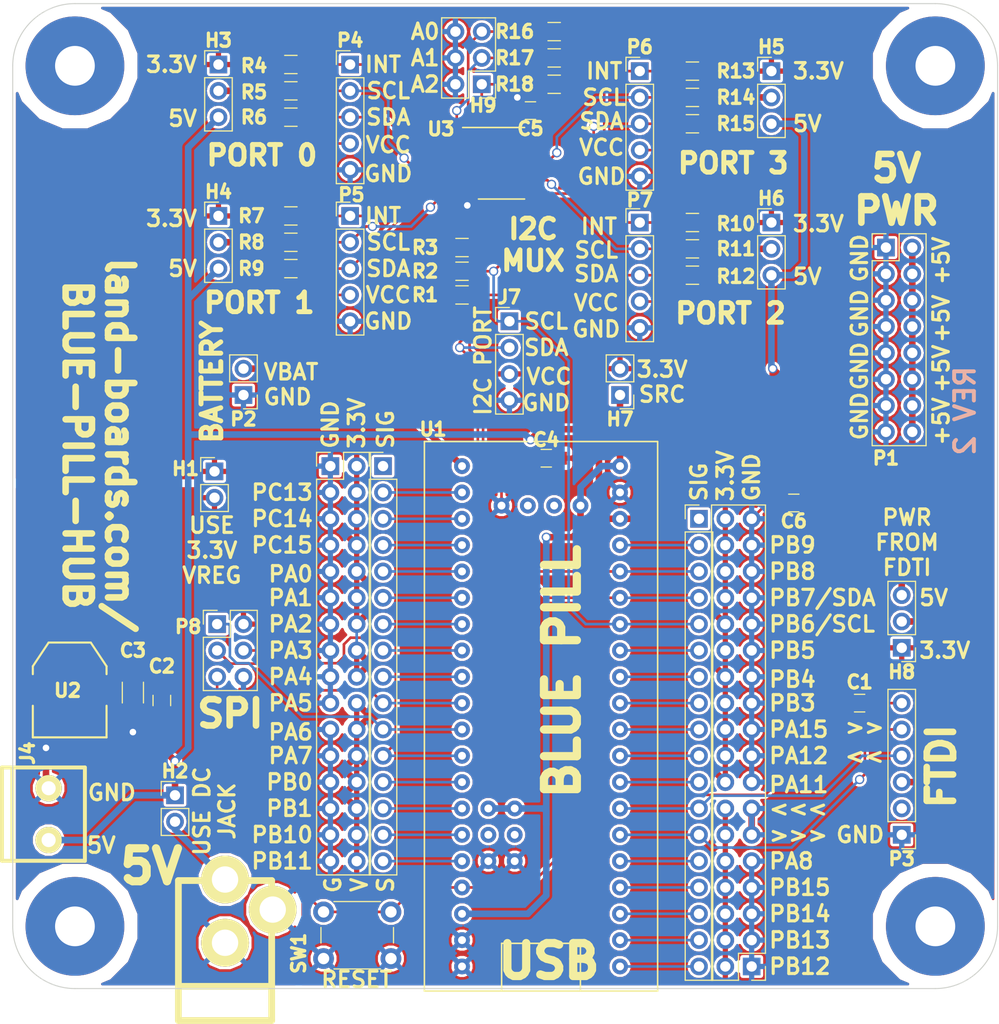
<source format=kicad_pcb>
(kicad_pcb (version 20171130) (host pcbnew "(5.0.2)-1")
  (title_block (title Blue-Pill-Hub) (date 2019-03-03) (rev 2) (company land-boards.com))
  (layers (0 F.Cu signal) (31 B.Cu signal) (36 B.SilkS user) (37 F.SilkS user) (38 B.Mask user) (39 F.Mask user) (44 Edge.Cuts user))
  (net 0 "")
  (net 1 +5V)
  (net 2 GND)
  (net 3 /STM_TX)
  (net 4 /STM_RX)
  (net 5 +3V3)
  (net 6 /DCIN)
  (net 7 /VO3)
  (net 8 /STM_INT)
  (net 9 /STM_SDA)
  (net 10 /STM_SCL)
  (net 11 /INT0)
  (net 12 /SC0)
  (net 13 /SD0)
  (net 14 /SD1)
  (net 15 /SC1)
  (net 16 /INT1)
  (net 17 /INT2)
  (net 18 /SC2)
  (net 19 /SD2)
  (net 20 /SD3)
  (net 21 /SC3)
  (net 22 /INT3)
  (net 23 /PC13)
  (net 24 /PC14)
  (net 25 /PC15)
  (net 26 /PA0)
  (net 27 /PA1)
  (net 28 /PA2)
  (net 29 /PA3)
  (net 30 /PA4)
  (net 31 /PA5)
  (net 32 /PA6)
  (net 33 /PA7)
  (net 34 /PB0)
  (net 35 /PB1)
  (net 36 /PB10)
  (net 37 /PB11)
  (net 38 /PB9)
  (net 39 /PB5)
  (net 40 /PB4)
  (net 41 /PB3)
  (net 42 /PA15)
  (net 43 /PA12)
  (net 44 /PA11)
  (net 45 /PA8)
  (net 46 /PB15)
  (net 47 /PB14)
  (net 48 /PB13)
  (net 49 /PB12)
  (net 50 /A2)
  (net 51 /A1)
  (net 52 /A0)
  (net 53 "Net-(C1-Pad1)")
  (net 54 /RES)
  (net 55 "Net-(H3-Pad2)")
  (net 56 "Net-(H4-Pad2)")
  (net 57 "Net-(H5-Pad2)")
  (net 58 "Net-(H6-Pad2)")
  (net 59 "Net-(H7-Pad1)")
  (net 60 /VBAT)
  (net 61 "Net-(H8-Pad2)")
  (module Capacitors_SMD:C_1206_HandSoldering (layer F.Cu) (at 21.59 76.454 270)
    (fp_text reference C3 (at -4.064 0) (layer F.SilkS) (effects (font (size 1.27 1.27) (thickness 0.3175))))
    (fp_text value 10uF)
    (pad 2 smd rect (at 2 0 270) (size 2 1.6) (layers F.Cu F.Paste F.Mask) (net 2 GND))
    (pad 1 smd rect (at -2 0 270) (size 2 1.6) (layers F.Cu F.Paste F.Mask) (net 7 /VO3))
  )
  (module LandBoards_MountHoles:MTG-6-32 (layer F.Cu) (at 16 16)
    (fp_text reference MTG1 hide)
    (fp_text value MTG_HOLE hide)
    (pad 1 thru_hole circle (at 0 0) (size 9.525 9.525) (drill 3.8354) (layers *.Cu *.Mask) (clearance 1.27))
  )
  (module LandBoards_MountHoles:MTG-6-32 (layer F.Cu) (at 99 16)
    (fp_text reference MTG2 hide)
    (fp_text value MTG_HOLE hide)
    (pad 1 thru_hole circle (at 0 0) (size 9.525 9.525) (drill 3.8354) (layers *.Cu *.Mask) (clearance 1.27))
  )
  (module LandBoards_MountHoles:MTG-6-32 (layer F.Cu) (at 16 99)
    (fp_text reference MTG3 hide)
    (fp_text value MTG_HOLE hide)
    (pad 1 thru_hole circle (at 0 0) (size 9.525 9.525) (drill 3.8354) (layers *.Cu *.Mask) (clearance 1.27))
  )
  (module LandBoards_MountHoles:MTG-6-32 (layer F.Cu) (at 99 99)
    (fp_text reference MTG?1 hide)
    (fp_text value MTG_HOLE hide)
    (pad 1 thru_hole circle (at 0 0) (size 9.525 9.525) (drill 3.8354) (layers *.Cu *.Mask) (clearance 1.27))
  )
  (module LandBoards_Conns:DCJ-NEW (layer F.Cu) (at 30.48 100.584 90)
    (fp_text reference J1 hide)
    (fp_text value DCJ0202 hide)
    (pad 2 thru_hole circle (at 0 0 90) (size 4.6 4.6) (drill 2.54) (layers *.Cu *.Mask F.SilkS) (net 2 GND))
    (pad 1 thru_hole circle (at 6.1 0 90) (size 4.6 4.6) (drill 2.54) (layers *.Cu *.Mask F.SilkS) (net 6 /DCIN))
    (pad 3 thru_hole circle (at 3.2 4.6 90) (size 4.6 4.6) (drill 2.54) (layers *.Cu *.Mask F.SilkS) (net 2 GND))
  )
  (module BP:BLUEPILL (layer F.Cu) (at 60.96 78.74 180)
    (fp_text reference U1 (at 10.414 27.686 180) (layer F.SilkS) (effects (font (size 1.27 1.27) (thickness 0.3175))))
    (fp_text value BP)
    (pad PB12 thru_hole circle (at -7.62 -24.13 180) (size 1.524 1.524) (drill 0.762) (layers *.Cu *.Mask) (net 49 /PB12))
    (pad PB13 thru_hole circle (at -7.62 -21.59 180) (size 1.524 1.524) (drill 0.762) (layers *.Cu *.Mask) (net 48 /PB13))
    (pad PB14 thru_hole circle (at -7.62 -19.05 180) (size 1.524 1.524) (drill 0.762) (layers *.Cu *.Mask) (net 47 /PB14))
    (pad PB15 thru_hole circle (at -7.62 -16.51 180) (size 1.524 1.524) (drill 0.762) (layers *.Cu *.Mask) (net 46 /PB15))
    (pad PA8 thru_hole circle (at -7.62 -13.97 180) (size 1.524 1.524) (drill 0.762) (layers *.Cu *.Mask) (net 45 /PA8))
    (pad PA9 thru_hole circle (at -7.62 -11.43 180) (size 1.524 1.524) (drill 0.762) (layers *.Cu *.Mask) (net 3 /STM_TX))
    (pad PA10 thru_hole circle (at -7.62 -8.89 180) (size 1.524 1.524) (drill 0.762) (layers *.Cu *.Mask) (net 4 /STM_RX))
    (pad PA11 thru_hole circle (at -7.62 -6.35 180) (size 1.524 1.524) (drill 0.762) (layers *.Cu *.Mask) (net 44 /PA11))
    (pad PA12 thru_hole circle (at -7.62 -3.81 180) (size 1.524 1.524) (drill 0.762) (layers *.Cu *.Mask) (net 43 /PA12))
    (pad PA15 thru_hole circle (at -7.62 -1.27 180) (size 1.524 1.524) (drill 0.762) (layers *.Cu *.Mask) (net 42 /PA15))
    (pad PB3 thru_hole circle (at -7.62 1.27 180) (size 1.524 1.524) (drill 0.762) (layers *.Cu *.Mask) (net 41 /PB3))
    (pad PB4 thru_hole circle (at -7.62 3.81 180) (size 1.524 1.524) (drill 0.762) (layers *.Cu *.Mask) (net 40 /PB4))
    (pad PB5 thru_hole circle (at -7.62 6.35 180) (size 1.524 1.524) (drill 0.762) (layers *.Cu *.Mask) (net 39 /PB5))
    (pad PB6 thru_hole circle (at -7.62 8.89 180) (size 1.524 1.524) (drill 0.762) (layers *.Cu *.Mask) (net 10 /STM_SCL))
    (pad PB7 thru_hole circle (at -7.62 11.43 180) (size 1.524 1.524) (drill 0.762) (layers *.Cu *.Mask) (net 9 /STM_SDA))
    (pad PB8 thru_hole circle (at -7.62 13.97 180) (size 1.524 1.524) (drill 0.762) (layers *.Cu *.Mask) (net 8 /STM_INT))
    (pad PB9 thru_hole circle (at -7.62 16.51 180) (size 1.524 1.524) (drill 0.762) (layers *.Cu *.Mask) (net 38 /PB9))
    (pad G thru_hole circle (at -7.62 21.59 180) (size 1.524 1.524) (drill 0.762) (layers *.Cu *.Mask) (net 2 GND))
    (pad 3V3 thru_hole circle (at -7.62 24.13 180) (size 1.524 1.524) (drill 0.762) (layers *.Cu *.Mask) (net 59 "Net-(H7-Pad1)"))
    (pad VBAT thru_hole circle (at 7.62 24.13 180) (size 1.524 1.524) (drill 0.762) (layers *.Cu *.Mask) (net 60 /VBAT))
    (pad PC13 thru_hole circle (at 7.62 21.59 180) (size 1.524 1.524) (drill 0.762) (layers *.Cu *.Mask) (net 23 /PC13))
    (pad PC14 thru_hole circle (at 7.62 19.05 180) (size 1.524 1.524) (drill 0.762) (layers *.Cu *.Mask) (net 24 /PC14))
    (pad PC15 thru_hole circle (at 7.62 16.51 180) (size 1.524 1.524) (drill 0.762) (layers *.Cu *.Mask) (net 25 /PC15))
    (pad PA0 thru_hole circle (at 7.62 13.97 180) (size 1.524 1.524) (drill 0.762) (layers *.Cu *.Mask) (net 26 /PA0))
    (pad PA1 thru_hole circle (at 7.62 11.43 180) (size 1.524 1.524) (drill 0.762) (layers *.Cu *.Mask) (net 27 /PA1))
    (pad PA2 thru_hole circle (at 7.62 8.89 180) (size 1.524 1.524) (drill 0.762) (layers *.Cu *.Mask) (net 28 /PA2))
    (pad PA3 thru_hole circle (at 7.62 6.35 180) (size 1.524 1.524) (drill 0.762) (layers *.Cu *.Mask) (net 29 /PA3))
    (pad PA4 thru_hole circle (at 7.62 3.81 180) (size 1.524 1.524) (drill 0.762) (layers *.Cu *.Mask) (net 30 /PA4))
    (pad PA5 thru_hole circle (at 7.62 1.27 180) (size 1.524 1.524) (drill 0.762) (layers *.Cu *.Mask) (net 31 /PA5))
    (pad PA6 thru_hole circle (at 7.62 -1.27 180) (size 1.524 1.524) (drill 0.762) (layers *.Cu *.Mask) (net 32 /PA6))
    (pad PA7 thru_hole circle (at 7.62 -3.81 180) (size 1.524 1.524) (drill 0.762) (layers *.Cu *.Mask) (net 33 /PA7))
    (pad PB0 thru_hole circle (at 7.62 -6.35 180) (size 1.524 1.524) (drill 0.762) (layers *.Cu *.Mask) (net 34 /PB0))
    (pad PB1 thru_hole circle (at 7.62 -8.89 180) (size 1.524 1.524) (drill 0.762) (layers *.Cu *.Mask) (net 35 /PB1))
    (pad PB10 thru_hole circle (at 7.62 -11.43 180) (size 1.524 1.524) (drill 0.762) (layers *.Cu *.Mask) (net 36 /PB10))
    (pad PB11 thru_hole circle (at 7.62 -13.97 180) (size 1.524 1.524) (drill 0.762) (layers *.Cu *.Mask) (net 37 /PB11))
    (pad NRST thru_hole circle (at 7.62 -16.51 180) (size 1.524 1.524) (drill 0.762) (layers *.Cu *.Mask) (net 54 /RES))
    (pad 3V3 thru_hole circle (at 7.62 -19.05 180) (size 1.524 1.524) (drill 0.762) (layers *.Cu *.Mask) (net 59 "Net-(H7-Pad1)"))
    (pad G thru_hole circle (at 7.62 -21.59 180) (size 1.524 1.524) (drill 0.762) (layers *.Cu *.Mask) (net 2 GND))
    (pad G thru_hole circle (at 7.62 -24.13 180) (size 1.524 1.524) (drill 0.762) (layers *.Cu *.Mask) (net 2 GND))
    (pad 3V3 thru_hole circle (at -3.81 20.32 180) (size 1.524 1.524) (drill 0.762) (layers *.Cu *.Mask) (net 59 "Net-(H7-Pad1)"))
    (pad PA13 thru_hole circle (at -1.27 20.32 180) (size 1.524 1.524) (drill 0.762) (layers *.Cu *.Mask))
    (pad PA14 thru_hole circle (at 1.27 20.32 180) (size 1.524 1.524) (drill 0.762) (layers *.Cu *.Mask))
    (pad G thru_hole circle (at 3.81 20.32 180) (size 1.524 1.524) (drill 0.762) (layers *.Cu *.Mask) (net 2 GND))
    (pad G thru_hole circle (at 5.08 -13.97 180) (size 1.524 1.524) (drill 0.762) (layers *.Cu *.Mask) (net 2 GND))
    (pad BOOT thru_hole circle (at 5.08 -11.43 180) (size 1.524 1.524) (drill 0.762) (layers *.Cu *.Mask))
    (pad 3V3 thru_hole circle (at 5.08 -8.89 180) (size 1.524 1.524) (drill 0.762) (layers *.Cu *.Mask) (net 59 "Net-(H7-Pad1)"))
    (pad G thru_hole circle (at 2.54 -13.97 180) (size 1.524 1.524) (drill 0.762) (layers *.Cu *.Mask) (net 2 GND))
    (pad PB2 thru_hole circle (at 2.54 -11.43 180) (size 1.524 1.524) (drill 0.762) (layers *.Cu *.Mask))
    (pad 3V3 thru_hole circle (at 2.54 -8.89 180) (size 1.524 1.524) (drill 0.762) (layers *.Cu *.Mask) (net 59 "Net-(H7-Pad1)"))
    (pad 5V thru_hole circle (at -7.62 19.05 180) (size 1.524 1.524) (drill 0.762) (layers *.Cu *.Mask) (net 1 +5V))
  )
  (module Pin_Headers:Pin_Header_Straight_1x06_Pitch2.54mm (layer F.Cu) (at 95.758 90.17 180)
    (fp_text reference P3 (at 0 -2.33 180) (layer F.SilkS) (effects (font (size 1.27 1.27) (thickness 0.3175))))
    (fp_text value FTDI hide)
    (pad 1 thru_hole rect (at 0 0 180) (size 1.7 1.7) (drill 1) (layers *.Cu *.Mask) (net 2 GND))
    (pad 2 thru_hole oval (at 0 2.54 180) (size 1.7 1.7) (drill 1) (layers *.Cu *.Mask))
    (pad 3 thru_hole oval (at 0 5.08 180) (size 1.7 1.7) (drill 1) (layers *.Cu *.Mask) (net 61 "Net-(H8-Pad2)"))
    (pad 4 thru_hole oval (at 0 7.62 180) (size 1.7 1.7) (drill 1) (layers *.Cu *.Mask) (net 4 /STM_RX))
    (pad 5 thru_hole oval (at 0 10.16 180) (size 1.7 1.7) (drill 1) (layers *.Cu *.Mask) (net 3 /STM_TX))
    (pad 6 thru_hole oval (at 0 12.7 180) (size 1.7 1.7) (drill 1) (layers *.Cu *.Mask) (net 53 "Net-(C1-Pad1)"))
  )
  (module Pin_Headers:Pin_Header_Straight_1x02_Pitch2.54mm (layer F.Cu) (at 25.654 86.36)
    (fp_text reference H2 (at 0 -2.33) (layer F.SilkS) (effects (font (size 1.27 1.27) (thickness 0.3175))))
    (fp_text value CONN_01X02 hide)
    (pad 1 thru_hole rect (at 0 0) (size 1.7 1.7) (drill 1) (layers *.Cu *.Mask) (net 1 +5V))
    (pad 2 thru_hole oval (at 0 2.54) (size 1.7 1.7) (drill 1) (layers *.Cu *.Mask) (net 6 /DCIN))
  )
  (module LandBoards_Conns:TB2-5MM (layer F.Cu) (at 13.462 90.678 90)
    (fp_text reference J4 (at 8.382 -2.032 90) (layer F.SilkS) (effects (font (size 1.27 1.27) (thickness 0.3175))))
    (fp_text value CONN_01X02 hide)
    (pad 1 thru_hole circle (at 0 0 90) (size 2.54 2.54) (drill 1.3589) (layers *.Cu *.Mask F.SilkS) (net 1 +5V))
    (pad 2 thru_hole circle (at 5 0 90) (size 2.54 2.54) (drill 1.3589) (layers *.Cu *.Mask F.SilkS) (net 2 GND))
  )
  (module Pin_Headers:Pin_Header_Straight_1x02_Pitch2.54mm (layer F.Cu) (at 29.464 55.118)
    (fp_text reference H1 (at -2.794 -0.254 180) (layer F.SilkS) (effects (font (size 1.27 1.27) (thickness 0.3175))))
    (fp_text value CONN_01X02 hide)
    (pad 1 thru_hole rect (at 0 0) (size 1.7 1.7) (drill 1) (layers *.Cu *.Mask) (net 5 +3V3))
    (pad 2 thru_hole oval (at 0 2.54) (size 1.7 1.7) (drill 1) (layers *.Cu *.Mask) (net 7 /VO3))
  )
  (module LandBoards_SMD_Packages:SOT223 (layer F.Cu) (at 15.494 76.2)
    (fp_text reference U2 (at -0.2032 0.0508) (layer F.SilkS) (effects (font (size 1.27 1.27) (thickness 0.3175))))
    (fp_text value AP1117 hide)
    (pad 4 smd rect (at 0 -3.302) (size 3.6576 2.032) (layers F.Cu F.Mask) (net 7 /VO3))
    (pad 2 smd rect (at 0 3.302) (size 1.016 2.032) (layers F.Cu F.Mask) (net 7 /VO3))
    (pad 3 smd rect (at 2.286 3.302) (size 1.016 2.032) (layers F.Cu F.Mask) (net 1 +5V))
    (pad 1 smd rect (at -2.286 3.302) (size 1.016 2.032) (layers F.Cu F.Mask) (net 2 GND))
  )
  (module Pin_Headers:Pin_Header_Straight_2x03_Pitch2.54mm (layer F.Cu) (at 55.245 17.78 180)
    (fp_text reference H9 (at -0.127 -2.032 180) (layer F.SilkS) (effects (font (size 1.27 1.27) (thickness 0.3175))))
    (fp_text value CONN_02X03)
    (pad 1 thru_hole rect (at 0 0 180) (size 1.7 1.7) (drill 1) (layers *.Cu *.Mask) (net 50 /A2))
    (pad 2 thru_hole oval (at 2.54 0 180) (size 1.7 1.7) (drill 1) (layers *.Cu *.Mask) (net 2 GND))
    (pad 3 thru_hole oval (at 0 2.54 180) (size 1.7 1.7) (drill 1) (layers *.Cu *.Mask) (net 51 /A1))
    (pad 4 thru_hole oval (at 2.54 2.54 180) (size 1.7 1.7) (drill 1) (layers *.Cu *.Mask) (net 2 GND))
    (pad 5 thru_hole oval (at 0 5.08 180) (size 1.7 1.7) (drill 1) (layers *.Cu *.Mask) (net 52 /A0))
    (pad 6 thru_hole oval (at 2.54 5.08 180) (size 1.7 1.7) (drill 1) (layers *.Cu *.Mask) (net 2 GND))
  )
  (module Pin_Headers:Pin_Header_Straight_2x16_Pitch2.54mm (layer F.Cu) (at 40.64 54.61)
    (fp_text reference P11 hide)
    (fp_text value CONN_02X16)
    (pad 1 thru_hole rect (at 0 0) (size 1.7 1.7) (drill 1) (layers *.Cu *.Mask) (net 2 GND))
    (pad 2 thru_hole oval (at 2.54 0) (size 1.7 1.7) (drill 1) (layers *.Cu *.Mask) (net 5 +3V3))
    (pad 3 thru_hole oval (at 0 2.54) (size 1.7 1.7) (drill 1) (layers *.Cu *.Mask) (net 2 GND))
    (pad 4 thru_hole oval (at 2.54 2.54) (size 1.7 1.7) (drill 1) (layers *.Cu *.Mask) (net 5 +3V3))
    (pad 5 thru_hole oval (at 0 5.08) (size 1.7 1.7) (drill 1) (layers *.Cu *.Mask) (net 2 GND))
    (pad 6 thru_hole oval (at 2.54 5.08) (size 1.7 1.7) (drill 1) (layers *.Cu *.Mask) (net 5 +3V3))
    (pad 7 thru_hole oval (at 0 7.62) (size 1.7 1.7) (drill 1) (layers *.Cu *.Mask) (net 2 GND))
    (pad 8 thru_hole oval (at 2.54 7.62) (size 1.7 1.7) (drill 1) (layers *.Cu *.Mask) (net 5 +3V3))
    (pad 9 thru_hole oval (at 0 10.16) (size 1.7 1.7) (drill 1) (layers *.Cu *.Mask) (net 2 GND))
    (pad 10 thru_hole oval (at 2.54 10.16) (size 1.7 1.7) (drill 1) (layers *.Cu *.Mask) (net 5 +3V3))
    (pad 11 thru_hole oval (at 0 12.7) (size 1.7 1.7) (drill 1) (layers *.Cu *.Mask) (net 2 GND))
    (pad 12 thru_hole oval (at 2.54 12.7) (size 1.7 1.7) (drill 1) (layers *.Cu *.Mask) (net 5 +3V3))
    (pad 13 thru_hole oval (at 0 15.24) (size 1.7 1.7) (drill 1) (layers *.Cu *.Mask) (net 2 GND))
    (pad 14 thru_hole oval (at 2.54 15.24) (size 1.7 1.7) (drill 1) (layers *.Cu *.Mask) (net 5 +3V3))
    (pad 15 thru_hole oval (at 0 17.78) (size 1.7 1.7) (drill 1) (layers *.Cu *.Mask) (net 2 GND))
    (pad 16 thru_hole oval (at 2.54 17.78) (size 1.7 1.7) (drill 1) (layers *.Cu *.Mask) (net 5 +3V3))
    (pad 17 thru_hole oval (at 0 20.32) (size 1.7 1.7) (drill 1) (layers *.Cu *.Mask) (net 2 GND))
    (pad 18 thru_hole oval (at 2.54 20.32) (size 1.7 1.7) (drill 1) (layers *.Cu *.Mask) (net 5 +3V3))
    (pad 19 thru_hole oval (at 0 22.86) (size 1.7 1.7) (drill 1) (layers *.Cu *.Mask) (net 2 GND))
    (pad 20 thru_hole oval (at 2.54 22.86) (size 1.7 1.7) (drill 1) (layers *.Cu *.Mask) (net 5 +3V3))
    (pad 21 thru_hole oval (at 0 25.4) (size 1.7 1.7) (drill 1) (layers *.Cu *.Mask) (net 2 GND))
    (pad 22 thru_hole oval (at 2.54 25.4) (size 1.7 1.7) (drill 1) (layers *.Cu *.Mask) (net 5 +3V3))
    (pad 23 thru_hole oval (at 0 27.94) (size 1.7 1.7) (drill 1) (layers *.Cu *.Mask) (net 2 GND))
    (pad 24 thru_hole oval (at 2.54 27.94) (size 1.7 1.7) (drill 1) (layers *.Cu *.Mask) (net 5 +3V3))
    (pad 25 thru_hole oval (at 0 30.48) (size 1.7 1.7) (drill 1) (layers *.Cu *.Mask) (net 2 GND))
    (pad 26 thru_hole oval (at 2.54 30.48) (size 1.7 1.7) (drill 1) (layers *.Cu *.Mask) (net 5 +3V3))
    (pad 27 thru_hole oval (at 0 33.02) (size 1.7 1.7) (drill 1) (layers *.Cu *.Mask) (net 2 GND))
    (pad 28 thru_hole oval (at 2.54 33.02) (size 1.7 1.7) (drill 1) (layers *.Cu *.Mask) (net 5 +3V3))
    (pad 29 thru_hole oval (at 0 35.56) (size 1.7 1.7) (drill 1) (layers *.Cu *.Mask) (net 2 GND))
    (pad 30 thru_hole oval (at 2.54 35.56) (size 1.7 1.7) (drill 1) (layers *.Cu *.Mask) (net 5 +3V3))
    (pad 31 thru_hole oval (at 0 38.1) (size 1.7 1.7) (drill 1) (layers *.Cu *.Mask) (net 2 GND))
    (pad 32 thru_hole oval (at 2.54 38.1) (size 1.7 1.7) (drill 1) (layers *.Cu *.Mask) (net 5 +3V3))
  )
  (module Pin_Headers:Pin_Header_Straight_1x16_Pitch2.54mm (layer F.Cu) (at 45.72 54.61)
    (fp_text reference P12 hide)
    (fp_text value CONN_01X16)
    (pad 1 thru_hole rect (at 0 0) (size 1.7 1.7) (drill 1) (layers *.Cu *.Mask))
    (pad 2 thru_hole oval (at 0 2.54) (size 1.7 1.7) (drill 1) (layers *.Cu *.Mask) (net 23 /PC13))
    (pad 3 thru_hole oval (at 0 5.08) (size 1.7 1.7) (drill 1) (layers *.Cu *.Mask) (net 24 /PC14))
    (pad 4 thru_hole oval (at 0 7.62) (size 1.7 1.7) (drill 1) (layers *.Cu *.Mask) (net 25 /PC15))
    (pad 5 thru_hole oval (at 0 10.16) (size 1.7 1.7) (drill 1) (layers *.Cu *.Mask) (net 26 /PA0))
    (pad 6 thru_hole oval (at 0 12.7) (size 1.7 1.7) (drill 1) (layers *.Cu *.Mask) (net 27 /PA1))
    (pad 7 thru_hole oval (at 0 15.24) (size 1.7 1.7) (drill 1) (layers *.Cu *.Mask) (net 28 /PA2))
    (pad 8 thru_hole oval (at 0 17.78) (size 1.7 1.7) (drill 1) (layers *.Cu *.Mask) (net 29 /PA3))
    (pad 9 thru_hole oval (at 0 20.32) (size 1.7 1.7) (drill 1) (layers *.Cu *.Mask) (net 30 /PA4))
    (pad 10 thru_hole oval (at 0 22.86) (size 1.7 1.7) (drill 1) (layers *.Cu *.Mask) (net 31 /PA5))
    (pad 11 thru_hole oval (at 0 25.4) (size 1.7 1.7) (drill 1) (layers *.Cu *.Mask) (net 32 /PA6))
    (pad 12 thru_hole oval (at 0 27.94) (size 1.7 1.7) (drill 1) (layers *.Cu *.Mask) (net 33 /PA7))
    (pad 13 thru_hole oval (at 0 30.48) (size 1.7 1.7) (drill 1) (layers *.Cu *.Mask) (net 34 /PB0))
    (pad 14 thru_hole oval (at 0 33.02) (size 1.7 1.7) (drill 1) (layers *.Cu *.Mask) (net 35 /PB1))
    (pad 15 thru_hole oval (at 0 35.56) (size 1.7 1.7) (drill 1) (layers *.Cu *.Mask) (net 36 /PB10))
    (pad 16 thru_hole oval (at 0 38.1) (size 1.7 1.7) (drill 1) (layers *.Cu *.Mask) (net 37 /PB11))
  )
  (module Pin_Headers:Pin_Header_Straight_2x18_Pitch2.54mm (layer F.Cu) (at 81.28 102.87 180)
    (fp_text reference P14 hide)
    (fp_text value CONN_02X18)
    (pad 1 thru_hole rect (at 0 0 180) (size 1.7 1.7) (drill 1) (layers *.Cu *.Mask) (net 2 GND))
    (pad 2 thru_hole oval (at 2.54 0 180) (size 1.7 1.7) (drill 1) (layers *.Cu *.Mask) (net 5 +3V3))
    (pad 3 thru_hole oval (at 0 2.54 180) (size 1.7 1.7) (drill 1) (layers *.Cu *.Mask) (net 2 GND))
    (pad 4 thru_hole oval (at 2.54 2.54 180) (size 1.7 1.7) (drill 1) (layers *.Cu *.Mask) (net 5 +3V3))
    (pad 5 thru_hole oval (at 0 5.08 180) (size 1.7 1.7) (drill 1) (layers *.Cu *.Mask) (net 2 GND))
    (pad 6 thru_hole oval (at 2.54 5.08 180) (size 1.7 1.7) (drill 1) (layers *.Cu *.Mask) (net 5 +3V3))
    (pad 7 thru_hole oval (at 0 7.62 180) (size 1.7 1.7) (drill 1) (layers *.Cu *.Mask) (net 2 GND))
    (pad 8 thru_hole oval (at 2.54 7.62 180) (size 1.7 1.7) (drill 1) (layers *.Cu *.Mask) (net 5 +3V3))
    (pad 9 thru_hole oval (at 0 10.16 180) (size 1.7 1.7) (drill 1) (layers *.Cu *.Mask) (net 2 GND))
    (pad 10 thru_hole oval (at 2.54 10.16 180) (size 1.7 1.7) (drill 1) (layers *.Cu *.Mask) (net 5 +3V3))
    (pad 11 thru_hole oval (at 0 12.7 180) (size 1.7 1.7) (drill 1) (layers *.Cu *.Mask) (net 2 GND))
    (pad 12 thru_hole oval (at 2.54 12.7 180) (size 1.7 1.7) (drill 1) (layers *.Cu *.Mask) (net 5 +3V3))
    (pad 13 thru_hole oval (at 0 15.24 180) (size 1.7 1.7) (drill 1) (layers *.Cu *.Mask) (net 2 GND))
    (pad 14 thru_hole oval (at 2.54 15.24 180) (size 1.7 1.7) (drill 1) (layers *.Cu *.Mask) (net 5 +3V3))
    (pad 15 thru_hole oval (at 0 17.78 180) (size 1.7 1.7) (drill 1) (layers *.Cu *.Mask) (net 2 GND))
    (pad 16 thru_hole oval (at 2.54 17.78 180) (size 1.7 1.7) (drill 1) (layers *.Cu *.Mask) (net 5 +3V3))
    (pad 17 thru_hole oval (at 0 20.32 180) (size 1.7 1.7) (drill 1) (layers *.Cu *.Mask) (net 2 GND))
    (pad 18 thru_hole oval (at 2.54 20.32 180) (size 1.7 1.7) (drill 1) (layers *.Cu *.Mask) (net 5 +3V3))
    (pad 19 thru_hole oval (at 0 22.86 180) (size 1.7 1.7) (drill 1) (layers *.Cu *.Mask) (net 2 GND))
    (pad 20 thru_hole oval (at 2.54 22.86 180) (size 1.7 1.7) (drill 1) (layers *.Cu *.Mask) (net 5 +3V3))
    (pad 21 thru_hole oval (at 0 25.4 180) (size 1.7 1.7) (drill 1) (layers *.Cu *.Mask) (net 2 GND))
    (pad 22 thru_hole oval (at 2.54 25.4 180) (size 1.7 1.7) (drill 1) (layers *.Cu *.Mask) (net 5 +3V3))
    (pad 23 thru_hole oval (at 0 27.94 180) (size 1.7 1.7) (drill 1) (layers *.Cu *.Mask) (net 2 GND))
    (pad 24 thru_hole oval (at 2.54 27.94 180) (size 1.7 1.7) (drill 1) (layers *.Cu *.Mask) (net 5 +3V3))
    (pad 25 thru_hole oval (at 0 30.48 180) (size 1.7 1.7) (drill 1) (layers *.Cu *.Mask) (net 2 GND))
    (pad 26 thru_hole oval (at 2.54 30.48 180) (size 1.7 1.7) (drill 1) (layers *.Cu *.Mask) (net 5 +3V3))
    (pad 27 thru_hole oval (at 0 33.02 180) (size 1.7 1.7) (drill 1) (layers *.Cu *.Mask) (net 2 GND))
    (pad 28 thru_hole oval (at 2.54 33.02 180) (size 1.7 1.7) (drill 1) (layers *.Cu *.Mask) (net 5 +3V3))
    (pad 29 thru_hole oval (at 0 35.56 180) (size 1.7 1.7) (drill 1) (layers *.Cu *.Mask) (net 2 GND))
    (pad 30 thru_hole oval (at 2.54 35.56 180) (size 1.7 1.7) (drill 1) (layers *.Cu *.Mask) (net 5 +3V3))
    (pad 31 thru_hole oval (at 0 38.1 180) (size 1.7 1.7) (drill 1) (layers *.Cu *.Mask) (net 2 GND))
    (pad 32 thru_hole oval (at 2.54 38.1 180) (size 1.7 1.7) (drill 1) (layers *.Cu *.Mask) (net 5 +3V3))
    (pad 33 thru_hole oval (at 0 40.64 180) (size 1.7 1.7) (drill 1) (layers *.Cu *.Mask) (net 2 GND))
    (pad 34 thru_hole oval (at 2.54 40.64 180) (size 1.7 1.7) (drill 1) (layers *.Cu *.Mask) (net 5 +3V3))
    (pad 35 thru_hole oval (at 0 43.18 180) (size 1.7 1.7) (drill 1) (layers *.Cu *.Mask) (net 2 GND))
    (pad 36 thru_hole oval (at 2.54 43.18 180) (size 1.7 1.7) (drill 1) (layers *.Cu *.Mask) (net 5 +3V3))
  )
  (module Resistors_SMD:R_0805_HandSoldering (layer F.Cu) (at 53.34 38.1)
    (fp_text reference R1 (at -3.556 0) (layer F.SilkS) (effects (font (size 1.27 1.27) (thickness 0.3175))))
    (fp_text value 10K)
    (pad 1 smd rect (at -1.35 0) (size 1.5 1.3) (layers F.Cu F.Mask) (net 5 +3V3))
    (pad 2 smd rect (at 1.35 0) (size 1.5 1.3) (layers F.Cu F.Mask) (net 8 /STM_INT))
  )
  (module Resistors_SMD:R_0805_HandSoldering (layer F.Cu) (at 53.34 35.814)
    (fp_text reference R2 (at -3.556 0) (layer F.SilkS) (effects (font (size 1.27 1.27) (thickness 0.3175))))
    (fp_text value 2.2K)
    (pad 1 smd rect (at -1.35 0) (size 1.5 1.3) (layers F.Cu F.Mask) (net 5 +3V3))
    (pad 2 smd rect (at 1.35 0) (size 1.5 1.3) (layers F.Cu F.Mask) (net 10 /STM_SCL))
  )
  (module Resistors_SMD:R_0805_HandSoldering (layer F.Cu) (at 53.34 33.528)
    (fp_text reference R3 (at -3.556 0) (layer F.SilkS) (effects (font (size 1.27 1.27) (thickness 0.3175))))
    (fp_text value 2.2K)
    (pad 1 smd rect (at -1.35 0) (size 1.5 1.3) (layers F.Cu F.Mask) (net 5 +3V3))
    (pad 2 smd rect (at 1.35 0) (size 1.5 1.3) (layers F.Cu F.Mask) (net 9 /STM_SDA))
  )
  (module Resistors_SMD:R_0805_HandSoldering (layer F.Cu) (at 36.83 15.875)
    (fp_text reference R4 (at -3.556 0.127) (layer F.SilkS) (effects (font (size 1.27 1.27) (thickness 0.3175))))
    (fp_text value 10K)
    (pad 1 smd rect (at -1.35 0) (size 1.5 1.3) (layers F.Cu F.Mask) (net 55 "Net-(H3-Pad2)"))
    (pad 2 smd rect (at 1.35 0) (size 1.5 1.3) (layers F.Cu F.Mask) (net 11 /INT0))
  )
  (module Resistors_SMD:R_0805_HandSoldering (layer F.Cu) (at 36.83 18.415)
    (fp_text reference R5 (at -3.556 0.127) (layer F.SilkS) (effects (font (size 1.27 1.27) (thickness 0.3175))))
    (fp_text value 2.2K)
    (pad 1 smd rect (at -1.35 0) (size 1.5 1.3) (layers F.Cu F.Mask) (net 55 "Net-(H3-Pad2)"))
    (pad 2 smd rect (at 1.35 0) (size 1.5 1.3) (layers F.Cu F.Mask) (net 12 /SC0))
  )
  (module Resistors_SMD:R_0805_HandSoldering (layer F.Cu) (at 36.83 20.955)
    (fp_text reference R6 (at -3.556 0) (layer F.SilkS) (effects (font (size 1.27 1.27) (thickness 0.3175))))
    (fp_text value 2.2K)
    (pad 1 smd rect (at -1.35 0) (size 1.5 1.3) (layers F.Cu F.Mask) (net 55 "Net-(H3-Pad2)"))
    (pad 2 smd rect (at 1.35 0) (size 1.5 1.3) (layers F.Cu F.Mask) (net 13 /SD0))
  )
  (module Resistors_SMD:R_0805_HandSoldering (layer F.Cu) (at 36.83 30.48)
    (fp_text reference R7 (at -3.81 0) (layer F.SilkS) (effects (font (size 1.27 1.27) (thickness 0.3175))))
    (fp_text value 10K)
    (pad 1 smd rect (at -1.35 0) (size 1.5 1.3) (layers F.Cu F.Mask) (net 56 "Net-(H4-Pad2)"))
    (pad 2 smd rect (at 1.35 0) (size 1.5 1.3) (layers F.Cu F.Mask) (net 16 /INT1))
  )
  (module Resistors_SMD:R_0805_HandSoldering (layer F.Cu) (at 36.83 33.02)
    (fp_text reference R8 (at -3.81 0) (layer F.SilkS) (effects (font (size 1.27 1.27) (thickness 0.3175))))
    (fp_text value 2.2K)
    (pad 1 smd rect (at -1.35 0) (size 1.5 1.3) (layers F.Cu F.Mask) (net 56 "Net-(H4-Pad2)"))
    (pad 2 smd rect (at 1.35 0) (size 1.5 1.3) (layers F.Cu F.Mask) (net 15 /SC1))
  )
  (module Resistors_SMD:R_0805_HandSoldering (layer F.Cu) (at 36.83 35.56)
    (fp_text reference R9 (at -3.81 0) (layer F.SilkS) (effects (font (size 1.27 1.27) (thickness 0.3175))))
    (fp_text value 2.2K)
    (pad 1 smd rect (at -1.35 0) (size 1.5 1.3) (layers F.Cu F.Mask) (net 56 "Net-(H4-Pad2)"))
    (pad 2 smd rect (at 1.35 0) (size 1.5 1.3) (layers F.Cu F.Mask) (net 14 /SD1))
  )
  (module Resistors_SMD:R_0805_HandSoldering (layer F.Cu) (at 75.565 31.115 180)
    (fp_text reference R10 (at -4.191 -0.127 180) (layer F.SilkS) (effects (font (size 1.27 1.27) (thickness 0.3175))))
    (fp_text value 10K)
    (pad 1 smd rect (at -1.35 0 180) (size 1.5 1.3) (layers F.Cu F.Mask) (net 58 "Net-(H6-Pad2)"))
    (pad 2 smd rect (at 1.35 0 180) (size 1.5 1.3) (layers F.Cu F.Mask) (net 17 /INT2))
  )
  (module Resistors_SMD:R_0805_HandSoldering (layer F.Cu) (at 75.565 33.655 180)
    (fp_text reference R11 (at -4.191 0 180) (layer F.SilkS) (effects (font (size 1.27 1.27) (thickness 0.3175))))
    (fp_text value 2.2K)
    (pad 1 smd rect (at -1.35 0 180) (size 1.5 1.3) (layers F.Cu F.Mask) (net 58 "Net-(H6-Pad2)"))
    (pad 2 smd rect (at 1.35 0 180) (size 1.5 1.3) (layers F.Cu F.Mask) (net 18 /SC2))
  )
  (module Resistors_SMD:R_0805_HandSoldering (layer F.Cu) (at 75.565 36.195 180)
    (fp_text reference R12 (at -4.191 -0.127 180) (layer F.SilkS) (effects (font (size 1.27 1.27) (thickness 0.3175))))
    (fp_text value 2.2K)
    (pad 1 smd rect (at -1.35 0 180) (size 1.5 1.3) (layers F.Cu F.Mask) (net 58 "Net-(H6-Pad2)"))
    (pad 2 smd rect (at 1.35 0 180) (size 1.5 1.3) (layers F.Cu F.Mask) (net 19 /SD2))
  )
  (module Resistors_SMD:R_0805_HandSoldering (layer F.Cu) (at 75.565 16.51 180)
    (fp_text reference R13 (at -4.191 0 180) (layer F.SilkS) (effects (font (size 1.27 1.27) (thickness 0.3175))))
    (fp_text value 10K)
    (pad 1 smd rect (at -1.35 0 180) (size 1.5 1.3) (layers F.Cu F.Mask) (net 57 "Net-(H5-Pad2)"))
    (pad 2 smd rect (at 1.35 0 180) (size 1.5 1.3) (layers F.Cu F.Mask) (net 22 /INT3))
  )
  (module Resistors_SMD:R_0805_HandSoldering (layer F.Cu) (at 75.565 19.05 180)
    (fp_text reference R14 (at -4.191 0 180) (layer F.SilkS) (effects (font (size 1.27 1.27) (thickness 0.3175))))
    (fp_text value 2.2K)
    (pad 1 smd rect (at -1.35 0 180) (size 1.5 1.3) (layers F.Cu F.Mask) (net 57 "Net-(H5-Pad2)"))
    (pad 2 smd rect (at 1.35 0 180) (size 1.5 1.3) (layers F.Cu F.Mask) (net 21 /SC3))
  )
  (module Resistors_SMD:R_0805_HandSoldering (layer F.Cu) (at 75.565 21.59 180)
    (fp_text reference R15 (at -4.191 0 180) (layer F.SilkS) (effects (font (size 1.27 1.27) (thickness 0.3175))))
    (fp_text value 2.2K)
    (pad 1 smd rect (at -1.35 0 180) (size 1.5 1.3) (layers F.Cu F.Mask) (net 57 "Net-(H5-Pad2)"))
    (pad 2 smd rect (at 1.35 0 180) (size 1.5 1.3) (layers F.Cu F.Mask) (net 20 /SD3))
  )
  (module Resistors_SMD:R_0805_HandSoldering (layer F.Cu) (at 62.23 12.7 180)
    (fp_text reference R16 (at 3.81 0 180) (layer F.SilkS) (effects (font (size 1.27 1.27) (thickness 0.3175))))
    (fp_text value 10K)
    (pad 1 smd rect (at -1.35 0 180) (size 1.5 1.3) (layers F.Cu F.Mask) (net 5 +3V3))
    (pad 2 smd rect (at 1.35 0 180) (size 1.5 1.3) (layers F.Cu F.Mask) (net 52 /A0))
  )
  (module Resistors_SMD:R_0805_HandSoldering (layer F.Cu) (at 62.23 15.24 180)
    (fp_text reference R17 (at 3.81 0 180) (layer F.SilkS) (effects (font (size 1.27 1.27) (thickness 0.3175))))
    (fp_text value 10K)
    (pad 1 smd rect (at -1.35 0 180) (size 1.5 1.3) (layers F.Cu F.Mask) (net 5 +3V3))
    (pad 2 smd rect (at 1.35 0 180) (size 1.5 1.3) (layers F.Cu F.Mask) (net 51 /A1))
  )
  (module Resistors_SMD:R_0805_HandSoldering (layer F.Cu) (at 62.23 17.78 180)
    (fp_text reference R18 (at 3.81 0 180) (layer F.SilkS) (effects (font (size 1.27 1.27) (thickness 0.3175))))
    (fp_text value 10K)
    (pad 1 smd rect (at -1.35 0 180) (size 1.5 1.3) (layers F.Cu F.Mask) (net 5 +3V3))
    (pad 2 smd rect (at 1.35 0 180) (size 1.5 1.3) (layers F.Cu F.Mask) (net 50 /A2))
  )
  (module Pin_Headers:Pin_Header_Straight_1x18_Pitch2.54mm (layer F.Cu) (at 76.2 59.69)
    (fp_text reference P13 hide)
    (fp_text value CONN_01X18)
    (pad 1 thru_hole rect (at 0 0) (size 1.7 1.7) (drill 1) (layers *.Cu *.Mask))
    (pad 2 thru_hole oval (at 0 2.54) (size 1.7 1.7) (drill 1) (layers *.Cu *.Mask) (net 38 /PB9))
    (pad 3 thru_hole oval (at 0 5.08) (size 1.7 1.7) (drill 1) (layers *.Cu *.Mask) (net 8 /STM_INT))
    (pad 4 thru_hole oval (at 0 7.62) (size 1.7 1.7) (drill 1) (layers *.Cu *.Mask) (net 9 /STM_SDA))
    (pad 5 thru_hole oval (at 0 10.16) (size 1.7 1.7) (drill 1) (layers *.Cu *.Mask) (net 10 /STM_SCL))
    (pad 6 thru_hole oval (at 0 12.7) (size 1.7 1.7) (drill 1) (layers *.Cu *.Mask) (net 39 /PB5))
    (pad 7 thru_hole oval (at 0 15.24) (size 1.7 1.7) (drill 1) (layers *.Cu *.Mask) (net 40 /PB4))
    (pad 8 thru_hole oval (at 0 17.78) (size 1.7 1.7) (drill 1) (layers *.Cu *.Mask) (net 41 /PB3))
    (pad 9 thru_hole oval (at 0 20.32) (size 1.7 1.7) (drill 1) (layers *.Cu *.Mask) (net 42 /PA15))
    (pad 10 thru_hole oval (at 0 22.86) (size 1.7 1.7) (drill 1) (layers *.Cu *.Mask) (net 43 /PA12))
    (pad 11 thru_hole oval (at 0 25.4) (size 1.7 1.7) (drill 1) (layers *.Cu *.Mask) (net 44 /PA11))
    (pad 12 thru_hole oval (at 0 27.94) (size 1.7 1.7) (drill 1) (layers *.Cu *.Mask) (net 4 /STM_RX))
    (pad 13 thru_hole oval (at 0 30.48) (size 1.7 1.7) (drill 1) (layers *.Cu *.Mask) (net 3 /STM_TX))
    (pad 14 thru_hole oval (at 0 33.02) (size 1.7 1.7) (drill 1) (layers *.Cu *.Mask) (net 45 /PA8))
    (pad 15 thru_hole oval (at 0 35.56) (size 1.7 1.7) (drill 1) (layers *.Cu *.Mask) (net 46 /PB15))
    (pad 16 thru_hole oval (at 0 38.1) (size 1.7 1.7) (drill 1) (layers *.Cu *.Mask) (net 47 /PB14))
    (pad 17 thru_hole oval (at 0 40.64) (size 1.7 1.7) (drill 1) (layers *.Cu *.Mask) (net 48 /PB13))
    (pad 18 thru_hole oval (at 0 43.18) (size 1.7 1.7) (drill 1) (layers *.Cu *.Mask) (net 49 /PB12))
  )
  (module Pin_Headers:Pin_Header_Straight_1x03_Pitch2.54mm (layer F.Cu) (at 29.845 15.875)
    (fp_text reference H3 (at 0 -2.33) (layer F.SilkS) (effects (font (size 1.27 1.27) (thickness 0.3175))))
    (fp_text value CONN_01X03)
    (pad 1 thru_hole rect (at 0 0) (size 1.7 1.7) (drill 1) (layers *.Cu *.Mask) (net 5 +3V3))
    (pad 2 thru_hole oval (at 0 2.54) (size 1.7 1.7) (drill 1) (layers *.Cu *.Mask) (net 55 "Net-(H3-Pad2)"))
    (pad 3 thru_hole oval (at 0 5.08) (size 1.7 1.7) (drill 1) (layers *.Cu *.Mask) (net 1 +5V))
  )
  (module Pin_Headers:Pin_Header_Straight_1x03_Pitch2.54mm (layer F.Cu) (at 83.185 16.51)
    (fp_text reference H5 (at 0 -2.33) (layer F.SilkS) (effects (font (size 1.27 1.27) (thickness 0.3175))))
    (fp_text value CONN_01X03)
    (pad 3 thru_hole oval (at 0 5.08) (size 1.7 1.7) (drill 1) (layers *.Cu *.Mask) (net 1 +5V))
    (pad 2 thru_hole oval (at 0 2.54) (size 1.7 1.7) (drill 1) (layers *.Cu *.Mask) (net 57 "Net-(H5-Pad2)"))
    (pad 1 thru_hole rect (at 0 0) (size 1.7 1.7) (drill 1) (layers *.Cu *.Mask) (net 5 +3V3))
  )
  (module Pin_Headers:Pin_Header_Straight_1x03_Pitch2.54mm (layer F.Cu) (at 29.845 30.48)
    (fp_text reference H4 (at 0 -2.33) (layer F.SilkS) (effects (font (size 1.27 1.27) (thickness 0.3175))))
    (fp_text value CONN_01X03)
    (pad 3 thru_hole oval (at 0 5.08) (size 1.7 1.7) (drill 1) (layers *.Cu *.Mask) (net 1 +5V))
    (pad 2 thru_hole oval (at 0 2.54) (size 1.7 1.7) (drill 1) (layers *.Cu *.Mask) (net 56 "Net-(H4-Pad2)"))
    (pad 1 thru_hole rect (at 0 0) (size 1.7 1.7) (drill 1) (layers *.Cu *.Mask) (net 5 +3V3))
  )
  (module Pin_Headers:Pin_Header_Straight_1x03_Pitch2.54mm (layer F.Cu) (at 83.185 31.115)
    (fp_text reference H6 (at 0 -2.33) (layer F.SilkS) (effects (font (size 1.27 1.27) (thickness 0.3175))))
    (fp_text value CONN_01X03)
    (pad 1 thru_hole rect (at 0 0) (size 1.7 1.7) (drill 1) (layers *.Cu *.Mask) (net 5 +3V3))
    (pad 2 thru_hole oval (at 0 2.54) (size 1.7 1.7) (drill 1) (layers *.Cu *.Mask) (net 58 "Net-(H6-Pad2)"))
    (pad 3 thru_hole oval (at 0 5.08) (size 1.7 1.7) (drill 1) (layers *.Cu *.Mask) (net 1 +5V))
  )
  (module Housings_SSOP:TSSOP-20_4.4x6.5mm_Pitch0.65mm (layer F.Cu) (at 57.15 25.4)
    (fp_text reference U3 (at -5.842 -3.302) (layer F.SilkS) (effects (font (size 1.27 1.27) (thickness 0.3175))))
    (fp_text value PCA9544A)
    (pad 20 smd rect (at 2.95 -2.925) (size 1.45 0.45) (layers F.Cu F.Paste F.Mask) (net 5 +3V3))
    (pad 19 smd rect (at 2.95 -2.275) (size 1.45 0.45) (layers F.Cu F.Paste F.Mask) (net 9 /STM_SDA))
    (pad 18 smd rect (at 2.95 -1.625) (size 1.45 0.45) (layers F.Cu F.Paste F.Mask) (net 10 /STM_SCL))
    (pad 17 smd rect (at 2.95 -0.975) (size 1.45 0.45) (layers F.Cu F.Paste F.Mask) (net 8 /STM_INT))
    (pad 16 smd rect (at 2.95 -0.325) (size 1.45 0.45) (layers F.Cu F.Paste F.Mask) (net 21 /SC3))
    (pad 15 smd rect (at 2.95 0.325) (size 1.45 0.45) (layers F.Cu F.Paste F.Mask) (net 20 /SD3))
    (pad 14 smd rect (at 2.95 0.975) (size 1.45 0.45) (layers F.Cu F.Paste F.Mask) (net 22 /INT3))
    (pad 13 smd rect (at 2.95 1.625) (size 1.45 0.45) (layers F.Cu F.Paste F.Mask) (net 18 /SC2))
    (pad 12 smd rect (at 2.95 2.275) (size 1.45 0.45) (layers F.Cu F.Paste F.Mask) (net 19 /SD2))
    (pad 11 smd rect (at 2.95 2.925) (size 1.45 0.45) (layers F.Cu F.Paste F.Mask) (net 17 /INT2))
    (pad 10 smd rect (at -2.95 2.925) (size 1.45 0.45) (layers F.Cu F.Paste F.Mask) (net 2 GND))
    (pad 9 smd rect (at -2.95 2.275) (size 1.45 0.45) (layers F.Cu F.Paste F.Mask) (net 15 /SC1))
    (pad 8 smd rect (at -2.95 1.625) (size 1.45 0.45) (layers F.Cu F.Paste F.Mask) (net 14 /SD1))
    (pad 7 smd rect (at -2.95 0.975) (size 1.45 0.45) (layers F.Cu F.Paste F.Mask) (net 16 /INT1))
    (pad 6 smd rect (at -2.95 0.325) (size 1.45 0.45) (layers F.Cu F.Paste F.Mask) (net 12 /SC0))
    (pad 5 smd rect (at -2.95 -0.325) (size 1.45 0.45) (layers F.Cu F.Paste F.Mask) (net 13 /SD0))
    (pad 4 smd rect (at -2.95 -0.975) (size 1.45 0.45) (layers F.Cu F.Paste F.Mask) (net 11 /INT0))
    (pad 3 smd rect (at -2.95 -1.625) (size 1.45 0.45) (layers F.Cu F.Paste F.Mask) (net 50 /A2))
    (pad 2 smd rect (at -2.95 -2.275) (size 1.45 0.45) (layers F.Cu F.Paste F.Mask) (net 51 /A1))
    (pad 1 smd rect (at -2.95 -2.925) (size 1.45 0.45) (layers F.Cu F.Paste F.Mask) (net 52 /A0))
  )
  (module Pin_Headers:Pin_Header_Straight_1x05_Pitch2.54mm (layer F.Cu) (at 42.545 15.875)
    (fp_text reference P4 (at 0 -2.33) (layer F.SilkS) (effects (font (size 1.27 1.27) (thickness 0.3175))))
    (fp_text value CONN_01X05)
    (pad 1 thru_hole rect (at 0 0) (size 1.7 1.7) (drill 1) (layers *.Cu *.Mask) (net 11 /INT0))
    (pad 2 thru_hole oval (at 0 2.54) (size 1.7 1.7) (drill 1) (layers *.Cu *.Mask) (net 12 /SC0))
    (pad 3 thru_hole oval (at 0 5.08) (size 1.7 1.7) (drill 1) (layers *.Cu *.Mask) (net 13 /SD0))
    (pad 4 thru_hole oval (at 0 7.62) (size 1.7 1.7) (drill 1) (layers *.Cu *.Mask) (net 55 "Net-(H3-Pad2)"))
    (pad 5 thru_hole oval (at 0 10.16) (size 1.7 1.7) (drill 1) (layers *.Cu *.Mask) (net 2 GND))
  )
  (module Pin_Headers:Pin_Header_Straight_1x05_Pitch2.54mm (layer F.Cu) (at 42.545 30.48)
    (fp_text reference P5 (at 0.127 -2.032) (layer F.SilkS) (effects (font (size 1.27 1.27) (thickness 0.3175))))
    (fp_text value CONN_01X05)
    (pad 5 thru_hole oval (at 0 10.16) (size 1.7 1.7) (drill 1) (layers *.Cu *.Mask) (net 2 GND))
    (pad 4 thru_hole oval (at 0 7.62) (size 1.7 1.7) (drill 1) (layers *.Cu *.Mask) (net 56 "Net-(H4-Pad2)"))
    (pad 3 thru_hole oval (at 0 5.08) (size 1.7 1.7) (drill 1) (layers *.Cu *.Mask) (net 14 /SD1))
    (pad 2 thru_hole oval (at 0 2.54) (size 1.7 1.7) (drill 1) (layers *.Cu *.Mask) (net 15 /SC1))
    (pad 1 thru_hole rect (at 0 0) (size 1.7 1.7) (drill 1) (layers *.Cu *.Mask) (net 16 /INT1))
  )
  (module Pin_Headers:Pin_Header_Straight_1x05_Pitch2.54mm (layer F.Cu) (at 70.485 31.115)
    (fp_text reference P7 (at 0 -2.159) (layer F.SilkS) (effects (font (size 1.27 1.27) (thickness 0.3175))))
    (fp_text value CONN_01X05)
    (pad 1 thru_hole rect (at 0 0) (size 1.7 1.7) (drill 1) (layers *.Cu *.Mask) (net 17 /INT2))
    (pad 2 thru_hole oval (at 0 2.54) (size 1.7 1.7) (drill 1) (layers *.Cu *.Mask) (net 18 /SC2))
    (pad 3 thru_hole oval (at 0 5.08) (size 1.7 1.7) (drill 1) (layers *.Cu *.Mask) (net 19 /SD2))
    (pad 4 thru_hole oval (at 0 7.62) (size 1.7 1.7) (drill 1) (layers *.Cu *.Mask) (net 58 "Net-(H6-Pad2)"))
    (pad 5 thru_hole oval (at 0 10.16) (size 1.7 1.7) (drill 1) (layers *.Cu *.Mask) (net 2 GND))
  )
  (module Pin_Headers:Pin_Header_Straight_1x05_Pitch2.54mm (layer F.Cu) (at 70.485 16.51)
    (fp_text reference P6 (at 0 -2.33) (layer F.SilkS) (effects (font (size 1.27 1.27) (thickness 0.3175))))
    (fp_text value CONN_01X05)
    (pad 5 thru_hole oval (at 0 10.16) (size 1.7 1.7) (drill 1) (layers *.Cu *.Mask) (net 2 GND))
    (pad 4 thru_hole oval (at 0 7.62) (size 1.7 1.7) (drill 1) (layers *.Cu *.Mask) (net 57 "Net-(H5-Pad2)"))
    (pad 3 thru_hole oval (at 0 5.08) (size 1.7 1.7) (drill 1) (layers *.Cu *.Mask) (net 20 /SD3))
    (pad 2 thru_hole oval (at 0 2.54) (size 1.7 1.7) (drill 1) (layers *.Cu *.Mask) (net 21 /SC3))
    (pad 1 thru_hole rect (at 0 0) (size 1.7 1.7) (drill 1) (layers *.Cu *.Mask) (net 22 /INT3))
  )
  (module Pin_Headers:Pin_Header_Straight_1x02_Pitch2.54mm (layer F.Cu) (at 68.58 47.752 180)
    (fp_text reference H7 (at 0 -2.33 180) (layer F.SilkS) (effects (font (size 1.27 1.27) (thickness 0.3175))))
    (fp_text value CONN_01X02)
    (pad 2 thru_hole oval (at 0 2.54 180) (size 1.7 1.7) (drill 1) (layers *.Cu *.Mask) (net 5 +3V3))
    (pad 1 thru_hole rect (at 0 0 180) (size 1.7 1.7) (drill 1) (layers *.Cu *.Mask) (net 59 "Net-(H7-Pad1)"))
  )
  (module Pin_Headers:Pin_Header_Straight_1x04_Pitch2.54mm (layer F.Cu) (at 57.912 40.64)
    (fp_text reference J7 (at 0 -2.33) (layer F.SilkS) (effects (font (size 1.27 1.27) (thickness 0.3175))))
    (fp_text value Conn_01x04)
    (pad 4 thru_hole oval (at 0 7.62) (size 1.7 1.7) (drill 1) (layers *.Cu *.Mask) (net 2 GND))
    (pad 3 thru_hole oval (at 0 5.08) (size 1.7 1.7) (drill 1) (layers *.Cu *.Mask) (net 5 +3V3))
    (pad 2 thru_hole oval (at 0 2.54) (size 1.7 1.7) (drill 1) (layers *.Cu *.Mask) (net 9 /STM_SDA))
    (pad 1 thru_hole rect (at 0 0) (size 1.7 1.7) (drill 1) (layers *.Cu *.Mask) (net 10 /STM_SCL))
  )
  (module Buttons_Switches_THT:SW_PUSH_6mm_h8.5mm (layer F.Cu) (at 46.482 102.108 180)
    (fp_text reference SW1 (at 8.89 0.508 270) (layer F.SilkS) (effects (font (size 1.27 1.27) (thickness 0.3175))))
    (fp_text value SW_Push)
    (pad 2 thru_hole circle (at 0 4.5 270) (size 2 2) (drill 1.1) (layers *.Cu *.Mask) (net 54 /RES))
    (pad 1 thru_hole circle (at 0 0 270) (size 2 2) (drill 1.1) (layers *.Cu *.Mask) (net 2 GND))
    (pad 2 thru_hole circle (at 6.5 4.5 270) (size 2 2) (drill 1.1) (layers *.Cu *.Mask) (net 54 /RES))
    (pad 1 thru_hole circle (at 6.5 0 270) (size 2 2) (drill 1.1) (layers *.Cu *.Mask) (net 2 GND))
  )
  (module Capacitors_SMD:C_0805_HandSoldering (layer F.Cu) (at 91.694 77.47 180)
    (fp_text reference C1 (at 0 2.032 180) (layer F.SilkS) (effects (font (size 1.27 1.27) (thickness 0.3175))))
    (fp_text value 0.1uF)
    (pad 1 smd rect (at -1.25 0 180) (size 1.5 1.25) (layers F.Cu F.Paste F.Mask) (net 53 "Net-(C1-Pad1)"))
    (pad 2 smd rect (at 1.25 0 180) (size 1.5 1.25) (layers F.Cu F.Paste F.Mask) (net 54 /RES))
  )
  (module Capacitors_SMD:C_0805_HandSoldering (layer F.Cu) (at 24.384 77.216 270)
    (fp_text reference C2 (at -3.302 0) (layer F.SilkS) (effects (font (size 1.27 1.27) (thickness 0.3175))))
    (fp_text value 0.1uF)
    (pad 2 smd rect (at 1.25 0 270) (size 1.5 1.25) (layers F.Cu F.Paste F.Mask) (net 2 GND))
    (pad 1 smd rect (at -1.25 0 270) (size 1.5 1.25) (layers F.Cu F.Paste F.Mask) (net 7 /VO3))
  )
  (module Capacitors_SMD:C_0805_HandSoldering (layer F.Cu) (at 61.468 53.848 180)
    (fp_text reference C4 (at 0 1.778 180) (layer F.SilkS) (effects (font (size 1.27 1.27) (thickness 0.3175))))
    (fp_text value 0.1uF)
    (pad 2 smd rect (at 1.25 0 180) (size 1.5 1.25) (layers F.Cu F.Paste F.Mask) (net 2 GND))
    (pad 1 smd rect (at -1.25 0 180) (size 1.5 1.25) (layers F.Cu F.Paste F.Mask) (net 5 +3V3))
  )
  (module Capacitors_SMD:C_0805_HandSoldering (layer F.Cu) (at 59.944 20.32 180)
    (fp_text reference C5 (at 0 -1.75 180) (layer F.SilkS) (effects (font (size 1.27 1.27) (thickness 0.3175))))
    (fp_text value 0.1uF)
    (pad 1 smd rect (at -1.25 0 180) (size 1.5 1.25) (layers F.Cu F.Paste F.Mask) (net 5 +3V3))
    (pad 2 smd rect (at 1.25 0 180) (size 1.5 1.25) (layers F.Cu F.Paste F.Mask) (net 2 GND))
  )
  (module Capacitors_SMD:C_0805_HandSoldering (layer F.Cu) (at 85.344 58.166 180)
    (fp_text reference C6 (at 0 -1.75 180) (layer F.SilkS) (effects (font (size 1.27 1.27) (thickness 0.3175))))
    (fp_text value 0.1uF)
    (pad 2 smd rect (at 1.25 0 180) (size 1.5 1.25) (layers F.Cu F.Paste F.Mask) (net 2 GND))
    (pad 1 smd rect (at -1.25 0 180) (size 1.5 1.25) (layers F.Cu F.Paste F.Mask) (net 5 +3V3))
  )
  (module Pin_Headers:Pin_Header_Straight_1x02_Pitch2.54mm (layer F.Cu) (at 32.258 47.752 180)
    (fp_text reference P2 (at 0 -2.33 180) (layer F.SilkS) (effects (font (size 1.27 1.27) (thickness 0.3175))))
    (fp_text value CONN_01X02)
    (pad 2 thru_hole oval (at 0 2.54 180) (size 1.7 1.7) (drill 1) (layers *.Cu *.Mask) (net 60 /VBAT))
    (pad 1 thru_hole rect (at 0 0 180) (size 1.7 1.7) (drill 1) (layers *.Cu *.Mask) (net 2 GND))
  )
  (module Pin_Headers:Pin_Header_Straight_2x08_Pitch2.54mm (layer F.Cu) (at 94.234 33.528)
    (fp_text reference P1 (at 0 20.32) (layer F.SilkS) (effects (font (size 1.27 1.27) (thickness 0.3175))))
    (fp_text value Conn_02x08_Odd_Even)
    (pad 16 thru_hole oval (at 2.54 17.78) (size 1.7 1.7) (drill 1) (layers *.Cu *.Mask) (net 1 +5V))
    (pad 15 thru_hole oval (at 0 17.78) (size 1.7 1.7) (drill 1) (layers *.Cu *.Mask) (net 2 GND))
    (pad 14 thru_hole oval (at 2.54 15.24) (size 1.7 1.7) (drill 1) (layers *.Cu *.Mask) (net 1 +5V))
    (pad 13 thru_hole oval (at 0 15.24) (size 1.7 1.7) (drill 1) (layers *.Cu *.Mask) (net 2 GND))
    (pad 12 thru_hole oval (at 2.54 12.7) (size 1.7 1.7) (drill 1) (layers *.Cu *.Mask) (net 1 +5V))
    (pad 11 thru_hole oval (at 0 12.7) (size 1.7 1.7) (drill 1) (layers *.Cu *.Mask) (net 2 GND))
    (pad 10 thru_hole oval (at 2.54 10.16) (size 1.7 1.7) (drill 1) (layers *.Cu *.Mask) (net 1 +5V))
    (pad 9 thru_hole oval (at 0 10.16) (size 1.7 1.7) (drill 1) (layers *.Cu *.Mask) (net 2 GND))
    (pad 8 thru_hole oval (at 2.54 7.62) (size 1.7 1.7) (drill 1) (layers *.Cu *.Mask) (net 1 +5V))
    (pad 7 thru_hole oval (at 0 7.62) (size 1.7 1.7) (drill 1) (layers *.Cu *.Mask) (net 2 GND))
    (pad 6 thru_hole oval (at 2.54 5.08) (size 1.7 1.7) (drill 1) (layers *.Cu *.Mask) (net 1 +5V))
    (pad 5 thru_hole oval (at 0 5.08) (size 1.7 1.7) (drill 1) (layers *.Cu *.Mask) (net 2 GND))
    (pad 4 thru_hole oval (at 2.54 2.54) (size 1.7 1.7) (drill 1) (layers *.Cu *.Mask) (net 1 +5V))
    (pad 3 thru_hole oval (at 0 2.54) (size 1.7 1.7) (drill 1) (layers *.Cu *.Mask) (net 2 GND))
    (pad 2 thru_hole oval (at 2.54 0) (size 1.7 1.7) (drill 1) (layers *.Cu *.Mask) (net 1 +5V))
    (pad 1 thru_hole rect (at 0 0) (size 1.7 1.7) (drill 1) (layers *.Cu *.Mask) (net 2 GND))
  )
  (module Pin_Headers:Pin_Header_Straight_1x03_Pitch2.54mm (layer F.Cu) (at 95.758 72.136 180)
    (fp_text reference H8 (at 0 -2.33 180) (layer F.SilkS) (effects (font (size 1.27 1.27) (thickness 0.3175))))
    (fp_text value CONN_01X03)
    (pad 3 thru_hole oval (at 0 5.08 180) (size 1.7 1.7) (drill 1) (layers *.Cu *.Mask) (net 1 +5V))
    (pad 2 thru_hole oval (at 0 2.54 180) (size 1.7 1.7) (drill 1) (layers *.Cu *.Mask) (net 61 "Net-(H8-Pad2)"))
    (pad 1 thru_hole rect (at 0 0 180) (size 1.7 1.7) (drill 1) (layers *.Cu *.Mask) (net 5 +3V3))
  )
  (module Pin_Headers:Pin_Header_Straight_2x03_Pitch2.54mm (layer F.Cu) (at 29.718 69.85)
    (fp_text reference P8 (at -2.794 0.254) (layer F.SilkS) (effects (font (size 1.27 1.27) (thickness 0.3175))))
    (fp_text value Conn_02x03_Odd_Even)
    (pad 6 thru_hole oval (at 2.54 5.08) (size 1.7 1.7) (drill 1) (layers *.Cu *.Mask) (net 2 GND))
    (pad 5 thru_hole oval (at 0 5.08) (size 1.7 1.7) (drill 1) (layers *.Cu *.Mask) (net 54 /RES))
    (pad 4 thru_hole oval (at 2.54 2.54) (size 1.7 1.7) (drill 1) (layers *.Cu *.Mask) (net 33 /PA7))
    (pad 3 thru_hole oval (at 0 2.54) (size 1.7 1.7) (drill 1) (layers *.Cu *.Mask) (net 31 /PA5))
    (pad 2 thru_hole oval (at 2.54 0) (size 1.7 1.7) (drill 1) (layers *.Cu *.Mask) (net 5 +3V3))
    (pad 1 thru_hole rect (at 0 0) (size 1.7 1.7) (drill 1) (layers *.Cu *.Mask) (net 32 /PA6))
  )
  (gr_text 5V (at 97.282 67.31) (layer F.SilkS) (effects (font (size 1.5 1.5) (thickness 0.3)) (justify left)))
  (gr_text 3.3V (at 97.282 72.39) (layer F.SilkS) (effects (font (size 1.5 1.5) (thickness 0.3)) (justify left)))
  (gr_text SPI (at 30.988 78.486) (layer F.SilkS) (effects (font (size 2.54 2.54) (thickness 0.635))))
  (gr_text "5V\nPWR" (at 95.25 27.94) (layer F.SilkS) (effects (font (size 2.54 2.54) (thickness 0.635))))
  (gr_text "PWR\nFROM\nFDTI" (at 96.266 61.976) (layer F.SilkS) (effects (font (size 1.5 1.5) (thickness 0.3))))
  (gr_text RESET (at 43.18 104.14) (layer F.SilkS) (effects (font (size 1.5 1.5) (thickness 0.3))))
  (gr_text +5V (at 99.568 50.292 90) (layer F.SilkS) (effects (font (size 1.5 1.5) (thickness 0.3))))
  (gr_text +5V (at 99.568 45.212 90) (layer F.SilkS) (effects (font (size 1.5 1.5) (thickness 0.3))))
  (gr_text +5V (at 99.568 40.386 90) (layer F.SilkS) (effects (font (size 1.5 1.5) (thickness 0.3))))
  (gr_text +5V (at 99.568 34.798 90) (layer F.SilkS) (effects (font (size 1.5 1.5) (thickness 0.3))))
  (gr_text GND (at 91.694 34.544 90) (layer F.SilkS) (effects (font (size 1.5 1.5) (thickness 0.3))))
  (gr_text GND (at 91.694 39.878 90) (layer F.SilkS) (effects (font (size 1.5 1.5) (thickness 0.3))))
  (gr_text GND (at 91.694 44.958 90) (layer F.SilkS) (effects (font (size 1.5 1.5) (thickness 0.3))))
  (gr_text GND (at 91.694 49.784 90) (layer F.SilkS) (effects (font (size 1.5 1.5) (thickness 0.3))))
  (gr_text "VBAT\nGND" (at 34.036 46.736) (layer F.SilkS) (effects (font (size 1.5 1.5) (thickness 0.3)) (justify left)))
  (gr_text BATTERY (at 29.21 46.482 90) (layer F.SilkS) (effects (font (size 1.905 1.905) (thickness 0.47625))))
  (gr_text "3.3V\nSRC" (at 72.644 46.482) (layer F.SilkS) (effects (font (size 1.5 1.5) (thickness 0.3))))
  (gr_text >>> (at 82.804 90.17) (layer F.SilkS) (effects (font (size 1.5 1.5) (thickness 0.3)) (justify left)))
  (gr_text >> (at 94.234 79.756) (layer F.SilkS) (effects (font (size 1.5 1.5) (thickness 0.3)) (justify right)))
  (gr_text "USE\n3.3V\nVREG" (at 29.21 62.738) (layer F.SilkS) (effects (font (size 1.5 1.5) (thickness 0.3))))
  (gr_text GND (at 19.558 86.106) (layer F.SilkS) (effects (font (size 1.5 1.5) (thickness 0.3))))
  (gr_text 5V (at 18.542 91.186) (layer F.SilkS) (effects (font (size 1.5 1.5) (thickness 0.3))))
  (gr_text "USE DC\nJACK" (at 29.464 87.884 90) (layer F.SilkS) (effects (font (size 1.5 1.5) (thickness 0.3))))
  (gr_text PC13 (at 39.116 57.15) (layer F.SilkS) (effects (font (size 1.5 1.5) (thickness 0.3)) (justify right)))
  (gr_text PC14 (at 39.116 59.69) (layer F.SilkS) (effects (font (size 1.5 1.5) (thickness 0.3)) (justify right)))
  (gr_text PC15 (at 39.116 62.23) (layer F.SilkS) (effects (font (size 1.5 1.5) (thickness 0.3)) (justify right)))
  (gr_text PA0 (at 39.116 65.024) (layer F.SilkS) (effects (font (size 1.5 1.5) (thickness 0.3)) (justify right)))
  (gr_text PA1 (at 39.116 67.31) (layer F.SilkS) (effects (font (size 1.5 1.5) (thickness 0.3)) (justify right)))
  (gr_text PA2 (at 39.116 69.85) (layer F.SilkS) (effects (font (size 1.5 1.5) (thickness 0.3)) (justify right)))
  (gr_text PA3 (at 39.116 72.39) (layer F.SilkS) (effects (font (size 1.5 1.5) (thickness 0.3)) (justify right)))
  (gr_text PA4 (at 39.116 74.93) (layer F.SilkS) (effects (font (size 1.5 1.5) (thickness 0.3)) (justify right)))
  (gr_text PA5 (at 39.116 77.47) (layer F.SilkS) (effects (font (size 1.5 1.5) (thickness 0.3)) (justify right)))
  (gr_text PA6 (at 39.116 80.264) (layer F.SilkS) (effects (font (size 1.5 1.5) (thickness 0.3)) (justify right)))
  (gr_text PA7 (at 39.116 82.55) (layer F.SilkS) (effects (font (size 1.5 1.5) (thickness 0.3)) (justify right)))
  (gr_text GND (at 40.64 53.086 90) (layer F.SilkS) (effects (font (size 1.5 1.5) (thickness 0.3)) (justify left)))
  (gr_text 3.3V (at 43.18 53.086 90) (layer F.SilkS) (effects (font (size 1.5 1.5) (thickness 0.3)) (justify left)))
  (gr_text SIG (at 45.974 53.086 90) (layer F.SilkS) (effects (font (size 1.5 1.5) (thickness 0.3)) (justify left)))
  (gr_text SIG (at 76.2 58.166 90) (layer F.SilkS) (effects (font (size 1.5 1.5) (thickness 0.3)) (justify left)))
  (gr_text 3.3V (at 78.74 58.166 90) (layer F.SilkS) (effects (font (size 1.5 1.5) (thickness 0.3)) (justify left)))
  (gr_text GND (at 81.28 58.166 90) (layer F.SilkS) (effects (font (size 1.5 1.5) (thickness 0.3)) (justify left)))
  (gr_text G (at 40.894 94.996 90) (layer F.SilkS) (effects (font (size 1.5 1.5) (thickness 0.3))))
  (gr_text V (at 43.434 94.996 90) (layer F.SilkS) (effects (font (size 1.5 1.5) (thickness 0.3))))
  (gr_text S (at 45.974 94.996 90) (layer F.SilkS) (effects (font (size 1.5 1.5) (thickness 0.3))))
  (gr_text PB0 (at 39.116 85.09) (layer F.SilkS) (effects (font (size 1.5 1.5) (thickness 0.3)) (justify right)))
  (gr_text PB1 (at 39.116 87.63) (layer F.SilkS) (effects (font (size 1.5 1.5) (thickness 0.3)) (justify right)))
  (gr_text PB10 (at 39.116 90.17) (layer F.SilkS) (effects (font (size 1.5 1.5) (thickness 0.3)) (justify right)))
  (gr_text PB11 (at 39.116 92.71) (layer F.SilkS) (effects (font (size 1.5 1.5) (thickness 0.3)) (justify right)))
  (gr_text PB12 (at 82.804 102.87) (layer F.SilkS) (effects (font (size 1.5 1.5) (thickness 0.3)) (justify left)))
  (gr_text PB13 (at 82.804 100.33) (layer F.SilkS) (effects (font (size 1.5 1.5) (thickness 0.3)) (justify left)))
  (gr_text PB14 (at 82.804 97.79) (layer F.SilkS) (effects (font (size 1.5 1.5) (thickness 0.3)) (justify left)))
  (gr_text PB15 (at 82.804 95.25) (layer F.SilkS) (effects (font (size 1.5 1.5) (thickness 0.3)) (justify left)))
  (gr_text PA8 (at 82.804 92.71) (layer F.SilkS) (effects (font (size 1.5 1.5) (thickness 0.3)) (justify left)))
  (gr_text PA11 (at 82.804 85.344) (layer F.SilkS) (effects (font (size 1.5 1.5) (thickness 0.3)) (justify left)))
  (gr_text PA12 (at 82.804 82.55) (layer F.SilkS) (effects (font (size 1.5 1.5) (thickness 0.3)) (justify left)))
  (gr_text PA15 (at 82.804 80.01) (layer F.SilkS) (effects (font (size 1.5 1.5) (thickness 0.3)) (justify left)))
  (gr_text PB3 (at 82.804 77.47) (layer F.SilkS) (effects (font (size 1.5 1.5) (thickness 0.3)) (justify left)))
  (gr_text PB5 (at 82.804 72.39) (layer F.SilkS) (effects (font (size 1.5 1.5) (thickness 0.3)) (justify left)))
  (gr_text PB4 (at 82.804 75.184) (layer F.SilkS) (effects (font (size 1.5 1.5) (thickness 0.3)) (justify left)))
  (gr_text PB6/SCL (at 82.804 69.85) (layer F.SilkS) (effects (font (size 1.5 1.5) (thickness 0.3)) (justify left)))
  (gr_text PB7/SDA (at 82.804 67.31) (layer F.SilkS) (effects (font (size 1.5 1.5) (thickness 0.3)) (justify left)))
  (gr_text PB8 (at 82.804 64.77) (layer F.SilkS) (effects (font (size 1.5 1.5) (thickness 0.3)) (justify left)))
  (gr_text PB9 (at 82.804 62.23) (layer F.SilkS) (effects (font (size 1.5 1.5) (thickness 0.3)) (justify left)))
  (gr_text GND (at 94.234 90.17) (layer F.SilkS) (effects (font (size 1.5 1.5) (thickness 0.3)) (justify right)))
  (gr_text << (at 94.234 82.55) (layer F.SilkS) (effects (font (size 1.5 1.5) (thickness 0.3)) (justify right)))
  (gr_text <<< (at 82.804 87.63) (layer F.SilkS) (effects (font (size 1.5 1.5) (thickness 0.3)) (justify left)))
  (gr_text FTDI (at 99.568 83.566 90) (layer F.SilkS) (effects (font (size 2.54 2.54) (thickness 0.635))))
  (gr_text "I2C PORT" (at 55.372 44.45 90) (layer F.SilkS) (effects (font (size 1.5 1.5) (thickness 0.3))))
  (gr_text VCC (at 61.722 45.974) (layer F.SilkS) (effects (font (size 1.5 1.5) (thickness 0.3))))
  (gr_text SDA (at 61.468 43.18) (layer F.SilkS) (effects (font (size 1.5 1.5) (thickness 0.3))))
  (gr_text GND (at 61.468 48.514) (layer F.SilkS) (effects (font (size 1.5 1.5) (thickness 0.3))))
  (gr_text SCL (at 61.468 40.64) (layer F.SilkS) (effects (font (size 1.5 1.5) (thickness 0.3))))
  (gr_text A2 (at 49.784 17.78) (layer F.SilkS) (effects (font (size 1.5 1.5) (thickness 0.3))))
  (gr_text A1 (at 49.784 15.24) (layer F.SilkS) (effects (font (size 1.5 1.5) (thickness 0.3))))
  (gr_text A0 (at 49.784 12.7) (layer F.SilkS) (effects (font (size 1.5 1.5) (thickness 0.3))))
  (gr_text 5V (at 85.09 21.59) (layer F.SilkS) (effects (font (size 1.5 1.5) (thickness 0.3)) (justify left)))
  (gr_text 3.3V (at 85.09 16.51) (layer F.SilkS) (effects (font (size 1.5 1.5) (thickness 0.3)) (justify left)))
  (gr_text 3.3V (at 85.09 31.242) (layer F.SilkS) (effects (font (size 1.5 1.5) (thickness 0.3)) (justify left)))
  (gr_text 3.3V (at 27.94 30.734) (layer F.SilkS) (effects (font (size 1.5 1.5) (thickness 0.3)) (justify right)))
  (gr_text 5V (at 85.09 36.322) (layer F.SilkS) (effects (font (size 1.5 1.5) (thickness 0.3)) (justify left)))
  (gr_text 5V (at 27.94 35.56) (layer F.SilkS) (effects (font (size 1.5 1.5) (thickness 0.3)) (justify right)))
  (gr_text 5V (at 27.94 21.082) (layer F.SilkS) (effects (font (size 1.5 1.5) (thickness 0.3)) (justify right)))
  (gr_text 3.3V (at 27.94 15.875) (layer F.SilkS) (effects (font (size 1.5 1.5) (thickness 0.3)) (justify right)))
  (gr_text "I2C\nMUX" (at 60.198 33.274) (layer F.SilkS) (effects (font (size 1.905 1.905) (thickness 0.47625))))
  (gr_text "PORT 2" (at 79.248 39.878) (layer F.SilkS) (effects (font (size 1.905 1.905) (thickness 0.47625))))
  (gr_text "PORT 3" (at 79.502 25.4) (layer F.SilkS) (effects (font (size 1.905 1.905) (thickness 0.47625))))
  (gr_text GND (at 66.802 26.67) (layer F.SilkS) (effects (font (size 1.5 1.5) (thickness 0.3))))
  (gr_text VCC (at 66.802 23.876) (layer F.SilkS) (effects (font (size 1.5 1.5) (thickness 0.3))))
  (gr_text SDA (at 66.802 21.336) (layer F.SilkS) (effects (font (size 1.5 1.5) (thickness 0.3))))
  (gr_text SCL (at 67.056 19.05) (layer F.SilkS) (effects (font (size 1.5 1.5) (thickness 0.3))))
  (gr_text INT (at 67.056 16.51) (layer F.SilkS) (effects (font (size 1.5 1.5) (thickness 0.3))))
  (gr_text INT (at 66.548 31.496) (layer F.SilkS) (effects (font (size 1.5 1.5) (thickness 0.3))))
  (gr_text SCL (at 66.294 33.782) (layer F.SilkS) (effects (font (size 1.5 1.5) (thickness 0.3))))
  (gr_text SDA (at 66.294 36.068) (layer F.SilkS) (effects (font (size 1.5 1.5) (thickness 0.3))))
  (gr_text VCC (at 66.294 38.862) (layer F.SilkS) (effects (font (size 1.5 1.5) (thickness 0.3))))
  (gr_text GND (at 66.294 41.402) (layer F.SilkS) (effects (font (size 1.5 1.5) (thickness 0.3))))
  (gr_text GND (at 46.228 40.64) (layer F.SilkS) (effects (font (size 1.5 1.5) (thickness 0.3))))
  (gr_text VCC (at 46.228 38.1) (layer F.SilkS) (effects (font (size 1.5 1.5) (thickness 0.3))))
  (gr_text SDA (at 46.228 35.56) (layer F.SilkS) (effects (font (size 1.5 1.5) (thickness 0.3))))
  (gr_text SCL (at 46.228 33.02) (layer F.SilkS) (effects (font (size 1.5 1.5) (thickness 0.3))))
  (gr_text "PORT 1" (at 33.782 38.862) (layer F.SilkS) (effects (font (size 1.905 1.905) (thickness 0.47625))))
  (gr_text "PORT 0" (at 34.036 24.638) (layer F.SilkS) (effects (font (size 1.905 1.905) (thickness 0.47625))))
  (gr_text GND (at 46.228 26.416) (layer F.SilkS) (effects (font (size 1.5 1.5) (thickness 0.3))))
  (gr_text VCC (at 46.228 23.622) (layer F.SilkS) (effects (font (size 1.5 1.5) (thickness 0.3))))
  (gr_text SDA (at 46.228 20.955) (layer F.SilkS) (effects (font (size 1.5 1.5) (thickness 0.3))))
  (gr_text SCL (at 46.228 18.415) (layer F.SilkS) (effects (font (size 1.5 1.5) (thickness 0.3))))
  (gr_text INT (at 45.72 30.48) (layer F.SilkS) (effects (font (size 1.5 1.5) (thickness 0.3))))
  (gr_text INT (at 45.72 15.875) (layer F.SilkS) (effects (font (size 1.5 1.5) (thickness 0.3))))
  (gr_text USB (at 61.722 102.362) (layer F.SilkS) (effects (font (size 3.175 3.175) (thickness 0.79375))))
  (gr_text "BLUE PILL" (at 62.992 74.422 90) (layer F.SilkS) (effects (font (size 3.175 3.175) (thickness 0.79375))))
  (gr_text 5V (at 23.368 93.218) (layer F.SilkS) (effects (font (size 3.175 3.175) (thickness 0.79375))))
  (gr_text "REV 2" (at 101.854 49.276 90) (layer B.SilkS) (effects (font (size 1.905 1.905) (thickness 0.381)) (justify mirror)))
  (gr_line (start 10 99) (end 10 16) (angle 90) (layer Edge.Cuts) (width 0.1))
  (gr_line (start 99 105) (end 16 105) (angle 90) (layer Edge.Cuts) (width 0.1))
  (gr_line (start 105 16) (end 105 99) (angle 90) (layer Edge.Cuts) (width 0.1))
  (gr_line (start 16 10) (end 99 10) (angle 90) (layer Edge.Cuts) (width 0.1))
  (gr_arc (start 16 99) (end 16 105) (angle 90) (layer Edge.Cuts) (width 0.1))
  (gr_arc (start 99 99) (end 105 99) (angle 90) (layer Edge.Cuts) (width 0.1))
  (gr_arc (start 99 16) (end 99 10) (angle 90) (layer Edge.Cuts) (width 0.1))
  (gr_arc (start 16 16) (end 10 16) (angle 90) (layer Edge.Cuts) (width 0.1))
  (gr_text "land-boards.com/\nBLUE-PILL-HUB" (at 18.288 52.578 270) (layer F.SilkS) (effects (font (size 2.54 2.54) (thickness 0.635))))
  (via (at 83.312 45.212) (size 0.889) (drill 0.635) (layers F.Cu B.Cu) (net 1))
  (segment (start 68.58 59.69) (end 70.358 59.69) (width 0.635) (layer F.Cu) (net 1))
  (segment (start 83.185 45.085) (end 83.312 45.212) (width 0.635) (layer B.Cu) (net 1))
  (segment (start 83.185 36.195) (end 83.185 45.085) (width 0.635) (layer B.Cu) (net 1))
  (segment (start 70.358 59.69) (end 83.312 46.736) (width 0.635) (layer F.Cu) (net 1))
  (segment (start 83.312 46.736) (end 83.312 45.212) (width 0.635) (layer F.Cu) (net 1))
  (segment (start 17.78 79.502) (end 17.78 81.788) (width 0.635) (layer F.Cu) (net 1))
  (segment (start 17.78 81.788) (end 18.288 82.296) (width 0.635) (layer F.Cu) (net 1))
  (segment (start 18.288 82.296) (end 24.892 82.296) (width 0.635) (layer F.Cu) (net 1))
  (segment (start 25.654 83.058) (end 25.654 86.36) (width 0.635) (layer F.Cu) (net 1))
  (segment (start 24.892 82.296) (end 25.654 83.058) (width 0.635) (layer F.Cu) (net 1))
  (segment (start 95.758 57.658) (end 83.312 45.212) (width 0.635) (layer F.Cu) (net 1))
  (segment (start 26.924 38.481) (end 29.845 35.56) (width 0.635) (layer B.Cu) (net 1))
  (segment (start 26.924 23.876) (end 29.845 20.955) (width 0.635) (layer B.Cu) (net 1))
  (segment (start 26.924 38.481) (end 26.924 23.876) (width 0.635) (layer B.Cu) (net 1))
  (via (at 25.654 83.058) (size 0.889) (drill 0.635) (layers F.Cu B.Cu) (net 1))
  (segment (start 26.924 81.788) (end 25.654 83.058) (width 0.635) (layer B.Cu) (net 1))
  (segment (start 26.924 51.562) (end 26.924 81.788) (width 0.635) (layer B.Cu) (net 1))
  (segment (start 96.774 33.528) (end 96.774 36.068) (width 0.635) (layer F.Cu) (net 1))
  (segment (start 96.774 36.068) (end 96.774 38.608) (width 0.635) (layer F.Cu) (net 1))
  (segment (start 96.774 38.608) (end 96.774 41.148) (width 0.635) (layer F.Cu) (net 1))
  (segment (start 96.774 41.148) (end 96.774 43.688) (width 0.635) (layer F.Cu) (net 1))
  (segment (start 96.774 43.688) (end 96.774 46.228) (width 0.635) (layer F.Cu) (net 1))
  (segment (start 96.774 46.228) (end 96.774 48.768) (width 0.635) (layer F.Cu) (net 1))
  (segment (start 96.774 48.768) (end 96.774 51.308) (width 0.635) (layer F.Cu) (net 1))
  (segment (start 95.758 57.658) (end 95.758 54.356) (width 0.635) (layer F.Cu) (net 1))
  (segment (start 96.774 53.34) (end 96.774 51.308) (width 0.635) (layer F.Cu) (net 1))
  (segment (start 95.758 54.356) (end 96.774 53.34) (width 0.635) (layer F.Cu) (net 1))
  (via (at 59.944 52.07) (size 0.889) (drill 0.635) (layers F.Cu B.Cu) (net 1))
  (segment (start 59.436 51.562) (end 59.944 52.07) (width 0.635) (layer B.Cu) (net 1))
  (segment (start 66.548 59.182) (end 66.548 53.34) (width 0.635) (layer F.Cu) (net 1))
  (segment (start 68.58 59.69) (end 67.056 59.69) (width 0.635) (layer F.Cu) (net 1))
  (segment (start 67.056 59.69) (end 66.548 59.182) (width 0.635) (layer F.Cu) (net 1))
  (segment (start 59.944 52.07) (end 60.96 51.054) (width 0.635) (layer F.Cu) (net 1))
  (segment (start 64.262 51.054) (end 66.548 53.34) (width 0.635) (layer F.Cu) (net 1))
  (segment (start 60.96 51.054) (end 64.262 51.054) (width 0.635) (layer F.Cu) (net 1))
  (segment (start 83.185 36.195) (end 85.217 36.195) (width 0.635) (layer B.Cu) (net 1))
  (segment (start 85.217 36.195) (end 86.36 35.052) (width 0.635) (layer B.Cu) (net 1))
  (segment (start 86.36 35.052) (end 86.36 22.606) (width 0.635) (layer B.Cu) (net 1))
  (segment (start 85.344 21.59) (end 83.185 21.59) (width 0.635) (layer B.Cu) (net 1))
  (segment (start 86.36 22.606) (end 85.344 21.59) (width 0.635) (layer B.Cu) (net 1))
  (segment (start 59.436 51.562) (end 26.924 51.562) (width 0.635) (layer B.Cu) (net 1))
  (segment (start 26.924 51.562) (end 26.924 38.481) (width 0.635) (layer B.Cu) (net 1))
  (segment (start 13.462 90.678) (end 17.272 90.678) (width 0.635) (layer B.Cu) (net 1))
  (segment (start 21.59 86.36) (end 25.654 86.36) (width 0.635) (layer B.Cu) (net 1))
  (segment (start 17.272 90.678) (end 21.59 86.36) (width 0.635) (layer B.Cu) (net 1))
  (segment (start 95.758 67.056) (end 95.758 57.658) (width 0.635) (layer F.Cu) (net 1))
  (via (at 53.848 29.464) (size 0.889) (drill 0.635) (layers F.Cu B.Cu) (net 2))
  (segment (start 54.2 28.325) (end 54.2 29.112) (width 0.254) (layer F.Cu) (net 2))
  (segment (start 54.2 29.112) (end 53.848 29.464) (width 0.254) (layer F.Cu) (net 2))
  (segment (start 13.208 85.424) (end 13.462 85.678) (width 0.635) (layer F.Cu) (net 2))
  (via (at 21.59 80.264) (size 0.889) (drill 0.635) (layers F.Cu B.Cu) (net 2))
  (segment (start 21.59 78.454) (end 21.59 80.264) (width 0.635) (layer F.Cu) (net 2))
  (segment (start 58.42 53.848) (end 60.218 53.848) (width 0.254) (layer F.Cu) (net 2))
  (segment (start 57.15 58.42) (end 57.15 55.118) (width 0.254) (layer F.Cu) (net 2))
  (segment (start 57.15 55.118) (end 58.42 53.848) (width 0.254) (layer F.Cu) (net 2))
  (via (at 58.674 19.05) (size 0.889) (drill 0.635) (layers F.Cu B.Cu) (net 2))
  (segment (start 58.694 20.32) (end 58.694 19.07) (width 0.254) (layer F.Cu) (net 2))
  (segment (start 58.694 19.07) (end 58.674 19.05) (width 0.254) (layer F.Cu) (net 2))
  (segment (start 82.804 58.166) (end 81.28 59.69) (width 0.254) (layer F.Cu) (net 2))
  (segment (start 84.094 58.166) (end 82.804 58.166) (width 0.254) (layer F.Cu) (net 2))
  (segment (start 81.28 87.63) (end 81.28 90.17) (width 0.635) (layer F.Cu) (net 2))
  (segment (start 24.372 78.454) (end 24.384 78.466) (width 0.635) (layer F.Cu) (net 2))
  (segment (start 21.59 78.454) (end 24.372 78.454) (width 0.635) (layer F.Cu) (net 2))
  (via (at 13.208 81.788) (size 0.889) (drill 0.635) (layers F.Cu B.Cu) (net 2))
  (segment (start 13.208 79.502) (end 13.208 81.788) (width 0.635) (layer F.Cu) (net 2))
  (segment (start 13.208 81.788) (end 13.208 85.424) (width 0.635) (layer F.Cu) (net 2))
  (segment (start 76.2 90.17) (end 68.58 90.17) (width 0.254) (layer B.Cu) (net 3))
  (via (at 91.694 84.836) (size 0.889) (drill 0.635) (layers F.Cu B.Cu) (net 3))
  (segment (start 85.128999 91.401001) (end 91.694 84.836) (width 0.254) (layer B.Cu) (net 3))
  (segment (start 76.2 90.17) (end 77.431001 91.401001) (width 0.254) (layer B.Cu) (net 3))
  (segment (start 77.431001 91.401001) (end 85.128999 91.401001) (width 0.254) (layer B.Cu) (net 3))
  (segment (start 93.472 80.01) (end 95.758 80.01) (width 0.254) (layer F.Cu) (net 3))
  (segment (start 92.202 81.28) (end 93.472 80.01) (width 0.254) (layer F.Cu) (net 3))
  (segment (start 91.694 84.836) (end 92.202 84.328) (width 0.254) (layer F.Cu) (net 3))
  (segment (start 92.202 84.328) (end 92.202 81.28) (width 0.254) (layer F.Cu) (net 3))
  (segment (start 68.58 87.63) (end 76.2 87.63) (width 0.254) (layer B.Cu) (net 4))
  (segment (start 77.431001 86.398999) (end 88.099001 86.398999) (width 0.254) (layer B.Cu) (net 4))
  (segment (start 76.2 87.63) (end 77.431001 86.398999) (width 0.254) (layer B.Cu) (net 4))
  (segment (start 91.948 82.55) (end 95.758 82.55) (width 0.254) (layer B.Cu) (net 4))
  (segment (start 88.099001 86.398999) (end 91.948 82.55) (width 0.254) (layer B.Cu) (net 4))
  (segment (start 77.890001 84.240001) (end 77.636001 84.240001) (width 0.635) (layer F.Cu) (net 5))
  (segment (start 78.74 85.09) (end 77.890001 84.240001) (width 0.635) (layer F.Cu) (net 5))
  (segment (start 77.890001 74.080001) (end 77.636001 74.080001) (width 0.635) (layer F.Cu) (net 5))
  (segment (start 78.74 74.93) (end 77.890001 74.080001) (width 0.635) (layer F.Cu) (net 5))
  (segment (start 77.890001 69.000001) (end 77.636001 69.000001) (width 0.635) (layer F.Cu) (net 5))
  (segment (start 78.74 69.85) (end 77.890001 69.000001) (width 0.635) (layer F.Cu) (net 5))
  (segment (start 43.18 69.85) (end 44.029999 69.000001) (width 0.635) (layer F.Cu) (net 5))
  (segment (start 43.18 82.55) (end 44.45 83.82) (width 0.635) (layer F.Cu) (net 5))
  (segment (start 41.91 60.96) (end 43.18 62.23) (width 0.635) (layer F.Cu) (net 5))
  (segment (start 43.18 64.77) (end 44.029999 65.619999) (width 0.635) (layer F.Cu) (net 5))
  (segment (start 44.029999 73.239999) (end 44.283999 73.239999) (width 0.635) (layer F.Cu) (net 5))
  (segment (start 43.18 72.39) (end 44.029999 73.239999) (width 0.635) (layer F.Cu) (net 5))
  (segment (start 44.283999 73.826001) (end 43.18 74.93) (width 0.635) (layer F.Cu) (net 5))
  (segment (start 44.283999 73.239999) (end 44.283999 73.826001) (width 0.635) (layer F.Cu) (net 5))
  (segment (start 43.18 77.47) (end 44.196 78.486) (width 0.635) (layer F.Cu) (net 5))
  (segment (start 44.196 78.994) (end 43.18 80.01) (width 0.635) (layer F.Cu) (net 5))
  (segment (start 44.196 78.486) (end 44.196 78.994) (width 0.635) (layer F.Cu) (net 5))
  (segment (start 43.18 82.55) (end 42.330001 83.399999) (width 0.635) (layer F.Cu) (net 5))
  (segment (start 42.330001 84.240001) (end 43.18 85.09) (width 0.635) (layer F.Cu) (net 5))
  (segment (start 42.330001 83.399999) (end 42.330001 84.240001) (width 0.635) (layer F.Cu) (net 5))
  (segment (start 43.18 85.09) (end 41.91 86.36) (width 0.635) (layer F.Cu) (net 5))
  (segment (start 41.91 86.36) (end 43.18 87.63) (width 0.635) (layer F.Cu) (net 5))
  (segment (start 43.18 69.85) (end 43.18 72.39) (width 0.254) (layer B.Cu) (net 5))
  (segment (start 25.654 89.658) (end 25.654 88.9) (width 0.635) (layer B.Cu) (net 6))
  (segment (start 30.48 94.484) (end 25.654 89.658) (width 0.635) (layer B.Cu) (net 6))
  (segment (start 68.58 64.77) (end 76.2 64.77) (width 0.254) (layer B.Cu) (net 8))
  (segment (start 59.944 64.77) (end 68.58 64.77) (width 0.254) (layer F.Cu) (net 8))
  (segment (start 54.69 39.004) (end 54.07 39.624) (width 0.254) (layer F.Cu) (net 8))
  (segment (start 54.07 39.624) (end 54.07 43.410565) (width 0.254) (layer F.Cu) (net 8))
  (segment (start 54.07 43.410565) (end 55.372 44.712565) (width 0.254) (layer F.Cu) (net 8))
  (segment (start 55.372 44.712565) (end 55.372 60.198) (width 0.254) (layer F.Cu) (net 8))
  (segment (start 54.69 38.1) (end 54.69 39.004) (width 0.254) (layer F.Cu) (net 8))
  (segment (start 55.372 60.198) (end 59.944 64.77) (width 0.254) (layer F.Cu) (net 8))
  (segment (start 56.896 38.1) (end 54.69 38.1) (width 0.254) (layer F.Cu) (net 8))
  (segment (start 57.404 37.592) (end 56.896 38.1) (width 0.254) (layer F.Cu) (net 8))
  (segment (start 57.404 35.486) (end 57.404 37.592) (width 0.254) (layer F.Cu) (net 8))
  (segment (start 60.1 24.425) (end 57.871 24.425) (width 0.254) (layer F.Cu) (net 8))
  (segment (start 57.404 24.892) (end 57.404 26.142) (width 0.254) (layer F.Cu) (net 8))
  (segment (start 57.871 24.425) (end 57.404 24.892) (width 0.254) (layer F.Cu) (net 8))
  (segment (start 57.404 26.142) (end 57.404009 26.142009) (width 0.254) (layer F.Cu) (net 8))
  (segment (start 57.404009 26.142009) (end 57.404009 35.485991) (width 0.254) (layer F.Cu) (net 8))
  (segment (start 57.404009 35.485991) (end 57.404 35.486) (width 0.254) (layer F.Cu) (net 8))
  (segment (start 68.58 67.31) (end 76.2 67.31) (width 0.254) (layer B.Cu) (net 9))
  (via (at 53.121001 43.18) (size 0.889) (drill 0.635) (layers F.Cu B.Cu) (net 9))
  (segment (start 57.912 43.18) (end 53.121001 43.18) (width 0.254) (layer B.Cu) (net 9))
  (segment (start 54.864 44.922999) (end 53.121001 43.18) (width 0.254) (layer F.Cu) (net 9))
  (segment (start 54.864 60.452) (end 54.864 44.922999) (width 0.254) (layer F.Cu) (net 9))
  (segment (start 61.722 67.31) (end 54.864 60.452) (width 0.254) (layer F.Cu) (net 9))
  (segment (start 68.58 67.31) (end 61.722 67.31) (width 0.254) (layer F.Cu) (net 9))
  (segment (start 53.121001 43.18) (end 53.121001 42.672) (width 0.254) (layer F.Cu) (net 9))
  (segment (start 53.121001 42.672) (end 53.34 42.453001) (width 0.254) (layer F.Cu) (net 9))
  (segment (start 53.34 33.874) (end 53.34 42.453001) (width 0.254) (layer F.Cu) (net 9))
  (segment (start 53.686 33.528) (end 53.34 33.874) (width 0.254) (layer F.Cu) (net 9))
  (segment (start 54.69 33.528) (end 53.686 33.528) (width 0.254) (layer F.Cu) (net 9))
  (segment (start 56.134 33.528) (end 54.69 33.528) (width 0.254) (layer F.Cu) (net 9))
  (segment (start 56.388 33.274) (end 56.134 33.528) (width 0.254) (layer F.Cu) (net 9))
  (segment (start 56.388 24.384) (end 56.388 33.274) (width 0.254) (layer F.Cu) (net 9))
  (segment (start 60.1 23.125) (end 57.647 23.125) (width 0.254) (layer F.Cu) (net 9))
  (segment (start 57.647 23.125) (end 56.388 24.384) (width 0.254) (layer F.Cu) (net 9))
  (segment (start 76.2 69.85) (end 68.58 69.85) (width 0.254) (layer B.Cu) (net 10))
  (segment (start 65.278 69.85) (end 68.58 69.85) (width 0.254) (layer B.Cu) (net 10))
  (segment (start 63.626999 68.198999) (end 65.278 69.85) (width 0.254) (layer B.Cu) (net 10))
  (segment (start 54.69 35.814) (end 56.388 35.814) (width 0.254) (layer F.Cu) (net 10))
  (via (at 56.388 35.814) (size 0.889) (drill 0.635) (layers F.Cu B.Cu) (net 10))
  (segment (start 56.808 40.64) (end 57.912 40.64) (width 0.254) (layer B.Cu) (net 10))
  (segment (start 56.388 40.22) (end 56.808 40.64) (width 0.254) (layer B.Cu) (net 10))
  (segment (start 56.388 35.814) (end 56.388 40.22) (width 0.254) (layer B.Cu) (net 10))
  (segment (start 59.816999 40.64) (end 63.626999 44.45) (width 0.254) (layer B.Cu) (net 10))
  (segment (start 57.912 40.64) (end 59.816999 40.64) (width 0.254) (layer B.Cu) (net 10))
  (segment (start 63.626999 44.45) (end 63.626999 68.198999) (width 0.254) (layer B.Cu) (net 10))
  (segment (start 56.896 35.306) (end 56.388 35.814) (width 0.254) (layer F.Cu) (net 10))
  (segment (start 56.896 24.594434) (end 56.896 35.306) (width 0.254) (layer F.Cu) (net 10))
  (segment (start 57.715434 23.775) (end 56.896 24.594434) (width 0.254) (layer F.Cu) (net 10))
  (segment (start 60.1 23.775) (end 57.715434 23.775) (width 0.254) (layer F.Cu) (net 10))
  (segment (start 44.671 15.875) (end 42.545 15.875) (width 0.254) (layer F.Cu) (net 11))
  (segment (start 54.2 24.425) (end 53.221 24.425) (width 0.254) (layer F.Cu) (net 11))
  (segment (start 53.221 24.425) (end 44.671 15.875) (width 0.254) (layer F.Cu) (net 11))
  (segment (start 38.18 15.875) (end 42.545 15.875) (width 0.254) (layer F.Cu) (net 11))
  (segment (start 42.545 18.415) (end 38.18 18.415) (width 0.254) (layer F.Cu) (net 12))
  (via (at 47.752 24.892) (size 0.889) (drill 0.635) (layers F.Cu B.Cu) (net 12))
  (segment (start 54.2 25.725) (end 48.585 25.725) (width 0.254) (layer F.Cu) (net 12))
  (segment (start 48.585 25.725) (end 47.752 24.892) (width 0.254) (layer F.Cu) (net 12))
  (segment (start 47.752 24.892) (end 46.228 23.368) (width 0.254) (layer B.Cu) (net 12))
  (segment (start 46.228 23.368) (end 46.228 19.304) (width 0.254) (layer B.Cu) (net 12))
  (segment (start 45.339 18.415) (end 42.545 18.415) (width 0.254) (layer B.Cu) (net 12))
  (segment (start 46.228 19.304) (end 45.339 18.415) (width 0.254) (layer B.Cu) (net 12))
  (segment (start 54.2 25.075) (end 49.967 25.075) (width 0.254) (layer F.Cu) (net 13))
  (segment (start 45.847 20.955) (end 42.545 20.955) (width 0.254) (layer F.Cu) (net 13))
  (segment (start 49.967 25.075) (end 45.847 20.955) (width 0.254) (layer F.Cu) (net 13))
  (segment (start 38.18 20.955) (end 42.545 20.955) (width 0.254) (layer F.Cu) (net 13))
  (segment (start 51.08 27.025) (end 42.545 35.56) (width 0.254) (layer F.Cu) (net 14))
  (segment (start 54.2 27.025) (end 51.08 27.025) (width 0.254) (layer F.Cu) (net 14))
  (segment (start 38.18 35.56) (end 42.545 35.56) (width 0.254) (layer F.Cu) (net 14))
  (segment (start 54.2 27.675) (end 52.251882 27.675) (width 0.254) (layer F.Cu) (net 15))
  (segment (start 42.545 33.02) (end 38.18 33.02) (width 0.254) (layer F.Cu) (net 15))
  (via (at 44.704 31.496) (size 0.889) (drill 0.635) (layers F.Cu B.Cu) (net 15))
  (segment (start 42.545 33.02) (end 44.069 31.496) (width 0.254) (layer F.Cu) (net 15))
  (segment (start 44.069 31.496) (end 44.704 31.496) (width 0.254) (layer F.Cu) (net 15))
  (segment (start 48.430882 31.496) (end 50.292 29.634882) (width 0.254) (layer B.Cu) (net 15))
  (segment (start 44.704 31.496) (end 48.430882 31.496) (width 0.254) (layer B.Cu) (net 15))
  (via (at 50.292 29.634882) (size 0.889) (drill 0.635) (layers F.Cu B.Cu) (net 15))
  (segment (start 52.251882 27.675) (end 50.292 29.634882) (width 0.254) (layer F.Cu) (net 15))
  (segment (start 54.2 26.375) (end 50.333 26.375) (width 0.254) (layer F.Cu) (net 16))
  (segment (start 46.228 30.48) (end 42.545 30.48) (width 0.254) (layer F.Cu) (net 16))
  (segment (start 50.333 26.375) (end 46.228 30.48) (width 0.254) (layer F.Cu) (net 16))
  (segment (start 42.545 30.48) (end 38.18 30.48) (width 0.254) (layer F.Cu) (net 16))
  (segment (start 60.1 28.325) (end 64.393 28.325) (width 0.254) (layer F.Cu) (net 17))
  (segment (start 67.183 31.115) (end 70.485 31.115) (width 0.254) (layer F.Cu) (net 17))
  (segment (start 64.393 28.325) (end 67.183 31.115) (width 0.254) (layer F.Cu) (net 17))
  (segment (start 74.215 31.115) (end 70.485 31.115) (width 0.254) (layer F.Cu) (net 17))
  (via (at 61.976 27.432) (size 0.889) (drill 0.635) (layers F.Cu B.Cu) (net 18))
  (segment (start 60.1 27.025) (end 61.569 27.025) (width 0.254) (layer F.Cu) (net 18))
  (segment (start 61.569 27.025) (end 61.976 27.432) (width 0.254) (layer F.Cu) (net 18))
  (segment (start 68.199 33.655) (end 70.485 33.655) (width 0.254) (layer B.Cu) (net 18))
  (segment (start 61.976 27.432) (end 68.199 33.655) (width 0.254) (layer B.Cu) (net 18))
  (segment (start 74.215 33.655) (end 70.485 33.655) (width 0.254) (layer F.Cu) (net 18))
  (segment (start 70.485 36.195) (end 74.215 36.195) (width 0.254) (layer F.Cu) (net 19))
  (segment (start 58.685 27.675) (end 58.42 27.94) (width 0.254) (layer F.Cu) (net 19))
  (segment (start 60.1 27.675) (end 58.685 27.675) (width 0.254) (layer F.Cu) (net 19))
  (segment (start 65.659 36.195) (end 58.42 28.956) (width 0.254) (layer F.Cu) (net 19))
  (segment (start 70.485 36.195) (end 65.659 36.195) (width 0.254) (layer F.Cu) (net 19))
  (segment (start 58.42 27.94) (end 58.42 28.956) (width 0.254) (layer F.Cu) (net 19))
  (segment (start 60.1 25.725) (end 63.175 25.725) (width 0.254) (layer F.Cu) (net 20))
  (via (at 66.04 21.844) (size 0.889) (drill 0.635) (layers F.Cu B.Cu) (net 20))
  (segment (start 63.175 25.725) (end 66.04 22.86) (width 0.254) (layer F.Cu) (net 20))
  (segment (start 66.04 22.86) (end 66.04 21.844) (width 0.254) (layer F.Cu) (net 20))
  (segment (start 70.231 21.844) (end 70.485 21.59) (width 0.254) (layer B.Cu) (net 20))
  (segment (start 66.04 21.844) (end 70.231 21.844) (width 0.254) (layer B.Cu) (net 20))
  (segment (start 74.215 21.59) (end 70.485 21.59) (width 0.254) (layer F.Cu) (net 20))
  (segment (start 70.485 19.05) (end 66.294 19.05) (width 0.254) (layer B.Cu) (net 21))
  (via (at 62.484 24.384) (size 0.889) (drill 0.635) (layers F.Cu B.Cu) (net 21))
  (segment (start 66.294 19.05) (end 62.484 22.86) (width 0.254) (layer B.Cu) (net 21))
  (segment (start 62.484 22.86) (end 62.484 24.384) (width 0.254) (layer B.Cu) (net 21))
  (segment (start 61.793 25.075) (end 60.1 25.075) (width 0.254) (layer F.Cu) (net 21))
  (segment (start 62.484 24.384) (end 61.793 25.075) (width 0.254) (layer F.Cu) (net 21))
  (segment (start 70.485 19.05) (end 74.215 19.05) (width 0.254) (layer F.Cu) (net 21))
  (segment (start 60.1 26.375) (end 65.065 26.375) (width 0.254) (layer F.Cu) (net 22))
  (segment (start 65.065 26.375) (end 67.056 24.384) (width 0.254) (layer F.Cu) (net 22))
  (segment (start 67.056 18.034) (end 68.58 16.51) (width 0.254) (layer F.Cu) (net 22))
  (segment (start 67.056 24.384) (end 67.056 18.034) (width 0.254) (layer F.Cu) (net 22))
  (segment (start 68.58 16.51) (end 70.485 16.51) (width 0.254) (layer F.Cu) (net 22))
  (segment (start 70.485 16.51) (end 74.215 16.51) (width 0.254) (layer F.Cu) (net 22))
  (segment (start 45.72 57.15) (end 53.34 57.15) (width 0.254) (layer B.Cu) (net 23))
  (segment (start 45.72 59.69) (end 53.34 59.69) (width 0.254) (layer B.Cu) (net 24))
  (segment (start 45.72 62.23) (end 53.34 62.23) (width 0.254) (layer B.Cu) (net 25))
  (segment (start 45.72 64.77) (end 53.34 64.77) (width 0.254) (layer B.Cu) (net 26))
  (segment (start 45.72 67.31) (end 53.34 67.31) (width 0.254) (layer B.Cu) (net 27))
  (segment (start 45.72 69.85) (end 53.34 69.85) (width 0.254) (layer B.Cu) (net 28))
  (segment (start 45.72 72.39) (end 53.34 72.39) (width 0.254) (layer B.Cu) (net 29))
  (segment (start 45.72 74.93) (end 53.34 74.93) (width 0.254) (layer B.Cu) (net 30))
  (segment (start 45.72 77.47) (end 53.34 77.47) (width 0.254) (layer B.Cu) (net 31))
  (segment (start 29.718 72.39) (end 30.988 73.66) (width 0.254) (layer F.Cu) (net 31))
  (segment (start 30.988 73.66) (end 35.814 73.66) (width 0.254) (layer F.Cu) (net 31))
  (segment (start 44.870001 76.620001) (end 45.72 77.47) (width 0.254) (layer F.Cu) (net 31))
  (segment (start 44.488999 76.238999) (end 44.870001 76.620001) (width 0.254) (layer F.Cu) (net 31))
  (segment (start 38.392999 76.238999) (end 44.488999 76.238999) (width 0.254) (layer F.Cu) (net 31))
  (segment (start 35.814 73.66) (end 38.392999 76.238999) (width 0.254) (layer F.Cu) (net 31))
  (segment (start 45.72 80.01) (end 53.34 80.01) (width 0.254) (layer B.Cu) (net 32))
  (segment (start 30.822 69.85) (end 29.718 69.85) (width 0.254) (layer B.Cu) (net 32))
  (segment (start 30.949001 69.977001) (end 30.822 69.85) (width 0.254) (layer B.Cu) (net 32))
  (segment (start 30.949001 72.980881) (end 30.949001 69.977001) (width 0.254) (layer B.Cu) (net 32))
  (segment (start 31.589121 73.621001) (end 30.949001 72.980881) (width 0.254) (layer B.Cu) (net 32))
  (segment (start 32.770883 73.621001) (end 31.589121 73.621001) (width 0.254) (layer B.Cu) (net 32))
  (segment (start 37.928881 78.778999) (end 32.770883 73.621001) (width 0.254) (layer B.Cu) (net 32))
  (segment (start 44.488999 78.778999) (end 37.928881 78.778999) (width 0.254) (layer B.Cu) (net 32))
  (segment (start 45.72 80.01) (end 44.488999 78.778999) (width 0.254) (layer B.Cu) (net 32))
  (segment (start 45.72 82.55) (end 53.34 82.55) (width 0.254) (layer B.Cu) (net 33))
  (segment (start 35.262434 72.39) (end 32.258 72.39) (width 0.254) (layer F.Cu) (net 33))
  (segment (start 36.493435 73.621001) (end 35.262434 72.39) (width 0.254) (layer F.Cu) (net 33))
  (segment (start 41.308879 73.621001) (end 36.493435 73.621001) (width 0.254) (layer F.Cu) (net 33))
  (segment (start 41.948999 71.799119) (end 41.948999 72.980881) (width 0.254) (layer F.Cu) (net 33))
  (segment (start 42.589119 71.158999) (end 41.948999 71.799119) (width 0.254) (layer F.Cu) (net 33))
  (segment (start 46.310881 71.158999) (end 42.589119 71.158999) (width 0.254) (layer F.Cu) (net 33))
  (segment (start 46.951001 71.799119) (end 46.310881 71.158999) (width 0.254) (layer F.Cu) (net 33))
  (segment (start 46.951001 81.318999) (end 46.951001 71.799119) (width 0.254) (layer F.Cu) (net 33))
  (segment (start 41.948999 72.980881) (end 41.308879 73.621001) (width 0.254) (layer F.Cu) (net 33))
  (segment (start 45.72 82.55) (end 46.951001 81.318999) (width 0.254) (layer F.Cu) (net 33))
  (segment (start 45.72 85.09) (end 53.34 85.09) (width 0.254) (layer B.Cu) (net 34))
  (segment (start 53.34 87.63) (end 45.72 87.63) (width 0.254) (layer B.Cu) (net 35))
  (segment (start 45.72 90.17) (end 53.34 90.17) (width 0.254) (layer B.Cu) (net 36))
  (segment (start 45.72 92.71) (end 53.34 92.71) (width 0.254) (layer B.Cu) (net 37))
  (segment (start 68.58 62.23) (end 76.2 62.23) (width 0.254) (layer B.Cu) (net 38))
  (segment (start 68.58 72.39) (end 76.2 72.39) (width 0.254) (layer B.Cu) (net 39))
  (segment (start 76.2 74.93) (end 68.58 74.93) (width 0.254) (layer B.Cu) (net 40))
  (segment (start 68.58 77.47) (end 76.2 77.47) (width 0.254) (layer B.Cu) (net 41))
  (segment (start 76.2 80.01) (end 68.58 80.01) (width 0.254) (layer B.Cu) (net 42))
  (segment (start 68.58 82.55) (end 76.2 82.55) (width 0.254) (layer B.Cu) (net 43))
  (segment (start 76.2 85.09) (end 68.58 85.09) (width 0.254) (layer B.Cu) (net 44))
  (segment (start 68.58 92.71) (end 76.2 92.71) (width 0.254) (layer B.Cu) (net 45))
  (segment (start 68.58 95.25) (end 76.2 95.25) (width 0.254) (layer B.Cu) (net 46))
  (segment (start 76.2 97.79) (end 68.58 97.79) (width 0.254) (layer B.Cu) (net 47))
  (segment (start 68.58 100.33) (end 76.2 100.33) (width 0.254) (layer B.Cu) (net 48))
  (segment (start 76.2 102.87) (end 68.58 102.87) (width 0.254) (layer B.Cu) (net 49))
  (segment (start 55.245 17.78) (end 60.88 17.78) (width 0.254) (layer F.Cu) (net 50))
  (segment (start 55.179 23.775) (end 55.88 23.074) (width 0.254) (layer F.Cu) (net 50))
  (segment (start 54.2 23.775) (end 55.179 23.775) (width 0.254) (layer F.Cu) (net 50))
  (segment (start 55.88 23.074) (end 55.88 20.828) (width 0.254) (layer F.Cu) (net 50))
  (segment (start 55.245 20.193) (end 55.245 17.78) (width 0.254) (layer F.Cu) (net 50))
  (segment (start 55.88 20.828) (end 55.245 20.193) (width 0.254) (layer F.Cu) (net 50))
  (segment (start 60.88 15.24) (end 55.245 15.24) (width 0.254) (layer F.Cu) (net 51))
  (via (at 52.832 20.32) (size 0.889) (drill 0.635) (layers F.Cu B.Cu) (net 51))
  (segment (start 52.832 22.736) (end 52.832 20.32) (width 0.254) (layer F.Cu) (net 51))
  (segment (start 54.2 23.125) (end 53.221 23.125) (width 0.254) (layer F.Cu) (net 51))
  (segment (start 53.221 23.125) (end 52.832 22.736) (width 0.254) (layer F.Cu) (net 51))
  (segment (start 54.395001 16.089999) (end 55.245 15.24) (width 0.254) (layer B.Cu) (net 51))
  (segment (start 53.936001 16.548999) (end 54.395001 16.089999) (width 0.254) (layer B.Cu) (net 51))
  (segment (start 53.936001 19.215999) (end 53.936001 16.548999) (width 0.254) (layer B.Cu) (net 51))
  (segment (start 52.832 20.32) (end 53.936001 19.215999) (width 0.254) (layer B.Cu) (net 51))
  (segment (start 55.245 12.7) (end 60.88 12.7) (width 0.254) (layer F.Cu) (net 52))
  (segment (start 54.395001 13.549999) (end 55.245 12.7) (width 0.254) (layer F.Cu) (net 52))
  (segment (start 53.936001 14.008999) (end 54.395001 13.549999) (width 0.254) (layer F.Cu) (net 52))
  (segment (start 53.936001 21.732001) (end 53.936001 14.008999) (width 0.254) (layer F.Cu) (net 52))
  (segment (start 54.2 21.996) (end 53.936001 21.732001) (width 0.254) (layer F.Cu) (net 52))
  (segment (start 54.2 22.475) (end 54.2 21.996) (width 0.254) (layer F.Cu) (net 52))
  (segment (start 95.758 77.47) (end 92.944 77.47) (width 0.254) (layer F.Cu) (net 53))
  (segment (start 48.84 95.25) (end 46.482 97.608) (width 0.254) (layer F.Cu) (net 54))
  (segment (start 53.34 95.25) (end 48.84 95.25) (width 0.254) (layer F.Cu) (net 54))
  (segment (start 39.982 97.608) (end 46.482 97.608) (width 0.254) (layer F.Cu) (net 54))
  (segment (start 53.34 95.25) (end 59.69 95.25) (width 0.254) (layer F.Cu) (net 54))
  (segment (start 59.69 95.25) (end 63.754 91.186) (width 0.254) (layer F.Cu) (net 54))
  (segment (start 63.754 91.186) (end 63.754 88.9) (width 0.254) (layer F.Cu) (net 54))
  (segment (start 63.754 88.9) (end 66.420999 86.233001) (width 0.254) (layer F.Cu) (net 54))
  (segment (start 66.420999 86.233001) (end 70.484999 86.233001) (width 0.254) (layer F.Cu) (net 54))
  (segment (start 90.444 78.466) (end 90.444 77.47) (width 0.254) (layer F.Cu) (net 54))
  (segment (start 82.588999 86.321001) (end 90.444 78.466) (width 0.254) (layer F.Cu) (net 54))
  (segment (start 70.572999 86.321001) (end 82.588999 86.321001) (width 0.254) (layer F.Cu) (net 54))
  (segment (start 70.484999 86.233001) (end 70.572999 86.321001) (width 0.254) (layer F.Cu) (net 54))
  (segment (start 39.982 97.608) (end 36.322 93.948) (width 0.254) (layer F.Cu) (net 54))
  (segment (start 36.322 93.948) (end 36.322 86.106) (width 0.254) (layer F.Cu) (net 54))
  (segment (start 29.718 79.502) (end 29.718 74.93) (width 0.254) (layer F.Cu) (net 54))
  (segment (start 36.322 86.106) (end 29.718 79.502) (width 0.254) (layer F.Cu) (net 54))
  (segment (start 35.48 20.955) (end 35.48 17.78) (width 0.254) (layer F.Cu) (net 55))
  (segment (start 35.48 15.875) (end 35.48 17.78) (width 0.254) (layer F.Cu) (net 55))
  (segment (start 35.48 17.78) (end 35.48 18.415) (width 0.254) (layer F.Cu) (net 55))
  (segment (start 42.545 23.495) (end 36.195 23.495) (width 0.254) (layer F.Cu) (net 55))
  (segment (start 35.48 22.78) (end 35.48 20.955) (width 0.254) (layer F.Cu) (net 55))
  (segment (start 36.195 23.495) (end 35.48 22.78) (width 0.254) (layer F.Cu) (net 55))
  (segment (start 35.48 18.415) (end 29.845 18.415) (width 0.635) (layer F.Cu) (net 55))
  (segment (start 35.48 35.56) (end 35.48 33.02) (width 0.254) (layer F.Cu) (net 56))
  (segment (start 35.48 30.48) (end 35.48 33.02) (width 0.254) (layer F.Cu) (net 56))
  (segment (start 42.545 38.1) (end 36.576 38.1) (width 0.254) (layer F.Cu) (net 56))
  (segment (start 35.48 37.004) (end 35.48 35.56) (width 0.254) (layer F.Cu) (net 56))
  (segment (start 36.576 38.1) (end 35.48 37.004) (width 0.254) (layer F.Cu) (net 56))
  (segment (start 35.48 33.02) (end 29.845 33.02) (width 0.635) (layer F.Cu) (net 56))
  (segment (start 70.485 24.13) (end 76.454 24.13) (width 0.254) (layer F.Cu) (net 57))
  (segment (start 76.915 23.669) (end 76.915 21.59) (width 0.254) (layer F.Cu) (net 57))
  (segment (start 76.454 24.13) (end 76.915 23.669) (width 0.254) (layer F.Cu) (net 57))
  (segment (start 76.915 16.51) (end 76.915 19.05) (width 0.254) (layer F.Cu) (net 57))
  (segment (start 76.915 21.59) (end 76.915 19.05) (width 0.254) (layer F.Cu) (net 57))
  (segment (start 76.915 19.05) (end 83.185 19.05) (width 0.635) (layer F.Cu) (net 57))
  (segment (start 76.915 31.115) (end 76.915 33.655) (width 0.254) (layer F.Cu) (net 58))
  (segment (start 76.915 36.195) (end 76.915 33.655) (width 0.254) (layer F.Cu) (net 58))
  (segment (start 74.275 38.735) (end 70.485 38.735) (width 0.254) (layer F.Cu) (net 58))
  (segment (start 76.815 36.195) (end 74.275 38.735) (width 0.254) (layer F.Cu) (net 58))
  (segment (start 76.915 36.195) (end 76.815 36.195) (width 0.254) (layer F.Cu) (net 58))
  (segment (start 76.915 33.655) (end 83.185 33.655) (width 0.635) (layer F.Cu) (net 58))
  (via (at 61.468 61.468) (size 0.889) (drill 0.635) (layers F.Cu B.Cu) (net 59))
  (segment (start 53.34 97.79) (end 59.69 97.79) (width 0.635) (layer B.Cu) (net 59))
  (segment (start 59.69 97.79) (end 61.468 96.012) (width 0.635) (layer B.Cu) (net 59))
  (segment (start 61.214 87.63) (end 58.42 87.63) (width 0.635) (layer B.Cu) (net 59))
  (segment (start 61.468 87.884) (end 61.214 87.63) (width 0.635) (layer B.Cu) (net 59))
  (segment (start 55.88 87.63) (end 58.42 87.63) (width 0.635) (layer B.Cu) (net 59))
  (segment (start 61.468 61.468) (end 64.008 61.468) (width 0.635) (layer F.Cu) (net 59))
  (segment (start 64.77 60.706) (end 64.77 58.42) (width 0.635) (layer F.Cu) (net 59))
  (segment (start 64.008 61.468) (end 64.77 60.706) (width 0.635) (layer F.Cu) (net 59))
  (segment (start 64.77 58.42) (end 64.77 56.642) (width 0.635) (layer B.Cu) (net 59))
  (segment (start 66.802 54.61) (end 68.58 54.61) (width 0.635) (layer B.Cu) (net 59))
  (segment (start 64.77 56.642) (end 66.802 54.61) (width 0.635) (layer B.Cu) (net 59))
  (segment (start 68.58 47.752) (end 68.58 54.61) (width 0.635) (layer F.Cu) (net 59))
  (segment (start 61.468 89.154) (end 61.468 61.468) (width 0.635) (layer B.Cu) (net 59))
  (segment (start 61.468 89.154) (end 61.468 87.884) (width 0.635) (layer B.Cu) (net 59))
  (segment (start 61.468 96.012) (end 61.468 89.154) (width 0.635) (layer B.Cu) (net 59))
  (segment (start 43.942 45.212) (end 53.34 54.61) (width 0.635) (layer F.Cu) (net 60))
  (segment (start 32.258 45.212) (end 43.942 45.212) (width 0.635) (layer F.Cu) (net 60))
  (segment (start 98.298 69.596) (end 95.758 69.596) (width 0.635) (layer F.Cu) (net 61))
  (segment (start 99.06 70.358) (end 98.298 69.596) (width 0.635) (layer F.Cu) (net 61))
  (segment (start 99.06 84.328) (end 99.06 70.358) (width 0.635) (layer F.Cu) (net 61))
  (segment (start 95.758 85.09) (end 98.298 85.09) (width 0.635) (layer F.Cu) (net 61))
  (segment (start 98.298 85.09) (end 99.06 84.328) (width 0.635) (layer F.Cu) (net 61))
  (zone (net 2) (net_name GND) (layer B.Cu) (connect_pads (clearance 0.254)) (min_thickness 0.254) (fill yes (arc_segments 16) (thermal_gap 0.508) (thermal_bridge_width 0.508))
    (polygon (pts (xy 99.06 10.16) (xy 105.156 16.256) (xy 104.648 98.552) (xy 97.536 105.156) (xy 15.748 105.156) (xy 9.652 97.536) (xy 9.652 15.748) (xy 16.764 9.652)))
  )
  (zone (net 5) (net_name +3V3) (layer F.Cu) (connect_pads (clearance 0.254)) (min_thickness 0.254) (fill yes (arc_segments 16) (thermal_gap 0.508) (thermal_bridge_width 0.508))
    (polygon (pts (xy 104.902 99.06) (xy 104.902 16.256) (xy 98.806 9.906) (xy 15.748 10.16) (xy 9.906 16.002) (xy 9.906 55.88) (xy 31.75 55.88) (xy 31.75 68.326) (xy 31.75 72.644) (xy 31.75 89.916) (xy 37.846 89.916) (xy 37.846 105.156) (xy 99.06 105.156)))
  )
  (zone (net 7) (net_name /VO3) (layer F.Cu) (connect_pads (clearance 0.254)) (min_thickness 0.254) (fill yes (arc_segments 16) (thermal_gap 0.508) (thermal_bridge_width 0.508))
    (polygon (pts (xy 9.906 56.642) (xy 30.988 56.642) (xy 30.988 68.58) (xy 30.988 73.406) (xy 30.988 90.424) (xy 37.338 90.424) (xy 37.338 105.156) (xy 16.002 105.156) (xy 9.906 99.06) (xy 9.906 83.312)))
  )
)
</source>
